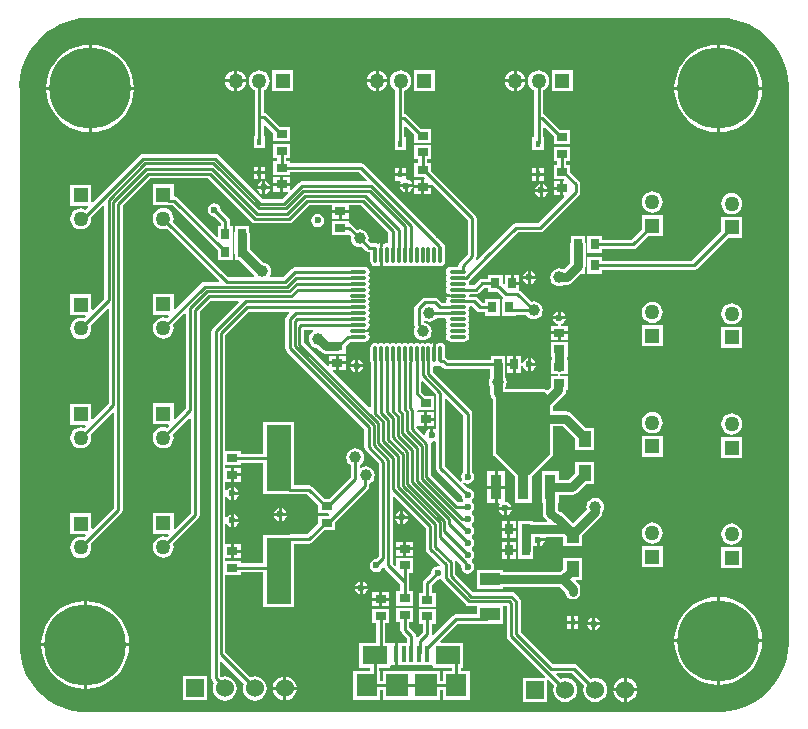
<source format=gtl>
G04*
G04 #@! TF.GenerationSoftware,Altium Limited,Altium Designer,20.0.13 (296)*
G04*
G04 Layer_Physical_Order=1*
G04 Layer_Color=255*
%FSLAX25Y25*%
%MOIN*%
G70*
G01*
G75*
%ADD18C,0.01000*%
%ADD42R,0.03543X0.02756*%
%ADD43R,0.02756X0.03543*%
%ADD44R,0.08300X0.22000*%
%ADD45R,0.04331X0.05315*%
%ADD46R,0.12795X0.08465*%
%ADD47R,0.03740X0.08465*%
%ADD48O,0.05709X0.01181*%
%ADD49O,0.01181X0.05709*%
%ADD50R,0.01772X0.02165*%
%ADD51R,0.07480X0.07480*%
%ADD52R,0.07087X0.07480*%
%ADD53R,0.08268X0.06299*%
%ADD54R,0.01575X0.05315*%
%ADD55R,0.06693X0.04134*%
%ADD56C,0.03000*%
%ADD57C,0.06000*%
%ADD58R,0.06000X0.06000*%
%ADD59C,0.27165*%
%ADD60C,0.05000*%
%ADD61R,0.05000X0.05000*%
%ADD62R,0.05000X0.05000*%
%ADD63C,0.02362*%
%ADD64C,0.03937*%
%ADD65C,0.03937*%
G36*
X620970Y379894D02*
X623247Y379442D01*
X625468Y378768D01*
X627612Y377880D01*
X629659Y376786D01*
X631589Y375496D01*
X633383Y374024D01*
X635024Y372383D01*
X636496Y370589D01*
X637786Y368659D01*
X638880Y366612D01*
X639768Y364468D01*
X640442Y362247D01*
X640895Y359970D01*
X641122Y357661D01*
Y356500D01*
Y172378D01*
Y171218D01*
X640895Y168908D01*
X640442Y166631D01*
X639768Y164410D01*
X638880Y162266D01*
X637786Y160219D01*
X636496Y158289D01*
X635024Y156495D01*
X633383Y154854D01*
X631589Y153382D01*
X629659Y152092D01*
X627612Y150998D01*
X625468Y150110D01*
X623247Y149436D01*
X620970Y148983D01*
X618660Y148756D01*
X617500D01*
X406681Y148756D01*
X405235D01*
X402368Y149133D01*
X399575Y149882D01*
X396903Y150989D01*
X394398Y152435D01*
X392104Y154195D01*
X390059Y156240D01*
X388298Y158535D01*
X386852Y161039D01*
X385746Y163711D01*
X384997Y166505D01*
X384619Y169372D01*
Y170818D01*
X384619Y356500D01*
X384500D01*
Y357661D01*
X384728Y359970D01*
X385180Y362247D01*
X385854Y364468D01*
X386742Y366612D01*
X387836Y368659D01*
X389126Y370589D01*
X390598Y372383D01*
X392239Y374024D01*
X394033Y375496D01*
X395963Y376786D01*
X398010Y377880D01*
X400154Y378768D01*
X402375Y379442D01*
X404652Y379894D01*
X406962Y380122D01*
X408122D01*
Y380122D01*
X617500Y380122D01*
X618660D01*
X620970Y379894D01*
D02*
G37*
%LPC*%
G36*
X457126Y362464D02*
Y359500D01*
X460090D01*
X460036Y359914D01*
X459683Y360765D01*
X459122Y361496D01*
X458391Y362057D01*
X457540Y362410D01*
X457126Y362464D01*
D02*
G37*
G36*
X504252Y362464D02*
Y359500D01*
X507216D01*
X507162Y359914D01*
X506809Y360765D01*
X506248Y361496D01*
X505517Y362057D01*
X504666Y362410D01*
X504252Y362464D01*
D02*
G37*
G36*
X550252D02*
Y359500D01*
X553216D01*
X553162Y359914D01*
X552809Y360765D01*
X552248Y361496D01*
X551517Y362057D01*
X550666Y362410D01*
X550252Y362464D01*
D02*
G37*
G36*
X503252Y362464D02*
X502838Y362410D01*
X501987Y362057D01*
X501256Y361496D01*
X500695Y360765D01*
X500342Y359914D01*
X500288Y359500D01*
X503252D01*
Y362464D01*
D02*
G37*
G36*
X549252D02*
X548838Y362410D01*
X547987Y362057D01*
X547256Y361496D01*
X546695Y360765D01*
X546342Y359914D01*
X546288Y359500D01*
X549252D01*
Y362464D01*
D02*
G37*
G36*
X456126Y362464D02*
X455712Y362410D01*
X454861Y362057D01*
X454130Y361496D01*
X453569Y360765D01*
X453216Y359914D01*
X453162Y359500D01*
X456126D01*
Y362464D01*
D02*
G37*
G36*
X618000Y371088D02*
Y357000D01*
X632088D01*
X631948Y358788D01*
X631412Y361020D01*
X630533Y363141D01*
X629334Y365098D01*
X627843Y366843D01*
X626098Y368334D01*
X624141Y369533D01*
X622020Y370412D01*
X619788Y370948D01*
X618000Y371088D01*
D02*
G37*
G36*
X617000D02*
X615212Y370948D01*
X612980Y370412D01*
X610859Y369533D01*
X608902Y368334D01*
X607157Y366843D01*
X605666Y365098D01*
X604467Y363141D01*
X603588Y361020D01*
X603052Y358788D01*
X602912Y357000D01*
X617000D01*
Y371088D01*
D02*
G37*
G36*
X408622D02*
Y357000D01*
X422711D01*
X422570Y358788D01*
X422034Y361020D01*
X421156Y363141D01*
X419956Y365098D01*
X418465Y366843D01*
X416720Y368334D01*
X414763Y369533D01*
X412642Y370412D01*
X410410Y370948D01*
X408622Y371088D01*
D02*
G37*
G36*
X407622D02*
X405834Y370948D01*
X403602Y370412D01*
X401481Y369533D01*
X399524Y368334D01*
X397779Y366843D01*
X396288Y365098D01*
X395089Y363141D01*
X394210Y361020D01*
X393674Y358788D01*
X393534Y357000D01*
X407622D01*
Y371088D01*
D02*
G37*
G36*
X460090Y358500D02*
X457126D01*
Y355536D01*
X457540Y355590D01*
X458391Y355943D01*
X459122Y356504D01*
X459683Y357235D01*
X460036Y358086D01*
X460090Y358500D01*
D02*
G37*
G36*
X549252D02*
X546288D01*
X546342Y358086D01*
X546695Y357235D01*
X547256Y356504D01*
X547987Y355943D01*
X548838Y355590D01*
X549252Y355536D01*
Y358500D01*
D02*
G37*
G36*
X503252D02*
X500288D01*
X500342Y358086D01*
X500695Y357235D01*
X501256Y356504D01*
X501987Y355943D01*
X502838Y355590D01*
X503252Y355536D01*
Y358500D01*
D02*
G37*
G36*
X553216D02*
X550252D01*
Y355536D01*
X550666Y355590D01*
X551517Y355943D01*
X552248Y356504D01*
X552809Y357235D01*
X553162Y358086D01*
X553216Y358500D01*
D02*
G37*
G36*
X507216D02*
X504252D01*
Y355536D01*
X504666Y355590D01*
X505517Y355943D01*
X506248Y356504D01*
X506809Y357235D01*
X507162Y358086D01*
X507216Y358500D01*
D02*
G37*
G36*
X456126D02*
X453162D01*
X453216Y358086D01*
X453569Y357235D01*
X454130Y356504D01*
X454861Y355943D01*
X455712Y355590D01*
X456126Y355536D01*
Y358500D01*
D02*
G37*
G36*
X569000Y362500D02*
X562000D01*
Y355500D01*
X569000D01*
Y362500D01*
D02*
G37*
G36*
X523000D02*
X516000D01*
Y355500D01*
X523000D01*
Y362500D01*
D02*
G37*
G36*
X475874D02*
X468874D01*
Y355500D01*
X475874D01*
Y362500D01*
D02*
G37*
G36*
X632088Y356000D02*
X618000D01*
Y341912D01*
X619788Y342052D01*
X622020Y342588D01*
X624141Y343467D01*
X626098Y344666D01*
X627843Y346157D01*
X629334Y347902D01*
X630533Y349859D01*
X631412Y351980D01*
X631948Y354212D01*
X632088Y356000D01*
D02*
G37*
G36*
X617000D02*
X602912D01*
X603052Y354212D01*
X603588Y351980D01*
X604467Y349859D01*
X605666Y347902D01*
X607157Y346157D01*
X608902Y344666D01*
X610859Y343467D01*
X612980Y342588D01*
X615212Y342052D01*
X617000Y341912D01*
Y356000D01*
D02*
G37*
G36*
X422711D02*
X408622D01*
Y341912D01*
X410410Y342052D01*
X412642Y342588D01*
X414763Y343467D01*
X416720Y344666D01*
X418465Y346157D01*
X419956Y347902D01*
X421156Y349859D01*
X422034Y351980D01*
X422570Y354212D01*
X422711Y356000D01*
D02*
G37*
G36*
X407622D02*
X393534D01*
X393674Y354212D01*
X394210Y351980D01*
X395089Y349859D01*
X396288Y347902D01*
X397779Y346157D01*
X399524Y344666D01*
X401481Y343467D01*
X403602Y342588D01*
X405834Y342052D01*
X407622Y341912D01*
Y356000D01*
D02*
G37*
G36*
X464500Y362530D02*
X463586Y362410D01*
X462735Y362057D01*
X462004Y361496D01*
X461443Y360765D01*
X461090Y359914D01*
X460970Y359000D01*
X461090Y358086D01*
X461443Y357235D01*
X462004Y356504D01*
X462735Y355943D01*
X462971Y355845D01*
Y346809D01*
Y340701D01*
X462614D01*
Y336535D01*
X466386D01*
Y340701D01*
X466029D01*
Y344017D01*
X466491Y344208D01*
X469228Y341471D01*
Y338878D01*
X474772D01*
Y343634D01*
X471391D01*
X467135Y347890D01*
X466638Y348222D01*
X466053Y348339D01*
X466029D01*
Y355845D01*
X466265Y355943D01*
X466996Y356504D01*
X467557Y357235D01*
X467910Y358086D01*
X468030Y359000D01*
X467910Y359914D01*
X467557Y360765D01*
X466996Y361496D01*
X466265Y362057D01*
X465414Y362410D01*
X464500Y362530D01*
D02*
G37*
G36*
X511626D02*
X510712Y362410D01*
X509861Y362057D01*
X509130Y361496D01*
X508569Y360765D01*
X508216Y359914D01*
X508096Y359000D01*
X508216Y358086D01*
X508569Y357235D01*
X509130Y356504D01*
X509814Y355979D01*
Y346559D01*
Y340201D01*
X509614D01*
Y336035D01*
X513386D01*
Y340201D01*
X512873D01*
Y343673D01*
X513335Y343864D01*
X516228Y340971D01*
Y338378D01*
X521772D01*
Y343134D01*
X518391D01*
X513885Y347640D01*
X513388Y347972D01*
X512873Y348075D01*
Y355728D01*
X513391Y355943D01*
X514122Y356504D01*
X514683Y357235D01*
X515036Y358086D01*
X515156Y359000D01*
X515036Y359914D01*
X514683Y360765D01*
X514122Y361496D01*
X513391Y362057D01*
X512540Y362410D01*
X511626Y362530D01*
D02*
G37*
G36*
X557626D02*
X556712Y362410D01*
X555861Y362057D01*
X555130Y361496D01*
X554569Y360765D01*
X554216Y359914D01*
X554096Y359000D01*
X554216Y358086D01*
X554569Y357235D01*
X555130Y356504D01*
X555861Y355943D01*
X556095Y355846D01*
Y346559D01*
Y340201D01*
X555488D01*
Y336035D01*
X559260D01*
Y340201D01*
X559153D01*
Y343267D01*
X559615Y343458D01*
X562602Y340471D01*
Y337878D01*
X568146D01*
Y342634D01*
X564765D01*
X559759Y347640D01*
X559262Y347972D01*
X559153Y347994D01*
Y355844D01*
X559391Y355943D01*
X560122Y356504D01*
X560683Y357235D01*
X561036Y358086D01*
X561156Y359000D01*
X561036Y359914D01*
X560683Y360765D01*
X560122Y361496D01*
X559391Y362057D01*
X558540Y362410D01*
X557626Y362530D01*
D02*
G37*
G36*
X466386Y330465D02*
X465000D01*
Y328882D01*
X466386D01*
Y330465D01*
D02*
G37*
G36*
X464000D02*
X462614D01*
Y328882D01*
X464000D01*
Y330465D01*
D02*
G37*
G36*
X559260Y329965D02*
X557874D01*
Y328382D01*
X559260D01*
Y329965D01*
D02*
G37*
G36*
X556874D02*
X555488D01*
Y328382D01*
X556874D01*
Y329965D01*
D02*
G37*
G36*
X513386D02*
X512000D01*
Y328382D01*
X513386D01*
Y329965D01*
D02*
G37*
G36*
X511000D02*
X509614D01*
Y328382D01*
X511000D01*
Y329965D01*
D02*
G37*
G36*
X466386Y327882D02*
X465000D01*
Y326299D01*
X466386D01*
Y327882D01*
D02*
G37*
G36*
X464000D02*
X462614D01*
Y326299D01*
X464000D01*
Y327882D01*
D02*
G37*
G36*
X559260Y327382D02*
X557874D01*
Y325799D01*
X559260D01*
Y327382D01*
D02*
G37*
G36*
X556874D02*
X555488D01*
Y325799D01*
X556874D01*
Y327382D01*
D02*
G37*
G36*
X474772Y326866D02*
X472500D01*
Y324988D01*
X474772D01*
Y326866D01*
D02*
G37*
G36*
X471500D02*
X469228D01*
Y324988D01*
X471500D01*
Y326866D01*
D02*
G37*
G36*
X513386Y327382D02*
X509614D01*
Y325799D01*
X511478D01*
X511745Y325299D01*
X511445Y324851D01*
X511376Y324500D01*
X515624D01*
X515555Y324851D01*
X515072Y325572D01*
X514351Y326055D01*
X513500Y326224D01*
X513386Y326318D01*
Y327382D01*
D02*
G37*
G36*
X518500Y326122D02*
X516228D01*
Y324244D01*
X518500D01*
Y326122D01*
D02*
G37*
G36*
X466500Y325624D02*
Y324000D01*
X468124D01*
X468055Y324351D01*
X467572Y325073D01*
X466851Y325555D01*
X466500Y325624D01*
D02*
G37*
G36*
X465500D02*
X465149Y325555D01*
X464428Y325073D01*
X463945Y324351D01*
X463876Y324000D01*
X465500D01*
Y325624D01*
D02*
G37*
G36*
X564874Y325622D02*
X562602D01*
Y323744D01*
X564874D01*
Y325622D01*
D02*
G37*
G36*
X559000Y324624D02*
Y323000D01*
X560624D01*
X560555Y323351D01*
X560073Y324073D01*
X559351Y324555D01*
X559000Y324624D01*
D02*
G37*
G36*
X558000D02*
X557649Y324555D01*
X556927Y324073D01*
X556445Y323351D01*
X556376Y323000D01*
X558000D01*
Y324624D01*
D02*
G37*
G36*
X474772Y338122D02*
X469228D01*
Y333366D01*
X470471D01*
Y332378D01*
X469228D01*
Y327622D01*
X474772D01*
Y328471D01*
X497872D01*
X500351Y325991D01*
X500160Y325529D01*
X478752D01*
X478167Y325413D01*
X477670Y325081D01*
X475234Y322645D01*
X474772Y322836D01*
Y323988D01*
X472500D01*
Y322110D01*
X474046D01*
X474237Y321648D01*
X472209Y319620D01*
X465543D01*
X450991Y334172D01*
X450495Y334504D01*
X449909Y334620D01*
X425842D01*
X425257Y334504D01*
X424761Y334172D01*
X408962Y318373D01*
X408500Y318564D01*
Y324374D01*
X401500D01*
Y317374D01*
X407310D01*
X407501Y316912D01*
X406681Y316092D01*
X405914Y316410D01*
X405000Y316530D01*
X404086Y316410D01*
X403235Y316057D01*
X402504Y315496D01*
X401943Y314765D01*
X401590Y313914D01*
X401470Y313000D01*
X401590Y312086D01*
X401943Y311235D01*
X402504Y310504D01*
X403235Y309943D01*
X404086Y309590D01*
X405000Y309470D01*
X405914Y309590D01*
X406765Y309943D01*
X407496Y310504D01*
X408057Y311235D01*
X408410Y312086D01*
X408530Y313000D01*
X408459Y313544D01*
X412328Y317413D01*
X412789Y317221D01*
Y286452D01*
X408962Y282625D01*
X408500Y282816D01*
Y287874D01*
X401500D01*
Y280874D01*
X406558D01*
X406749Y280412D01*
X406149Y279812D01*
X405914Y279910D01*
X405000Y280030D01*
X404086Y279910D01*
X403235Y279557D01*
X402504Y278996D01*
X401943Y278265D01*
X401590Y277414D01*
X401470Y276500D01*
X401590Y275586D01*
X401943Y274735D01*
X402504Y274004D01*
X403235Y273443D01*
X404086Y273090D01*
X405000Y272970D01*
X405914Y273090D01*
X406765Y273443D01*
X407496Y274004D01*
X408057Y274735D01*
X408410Y275586D01*
X408530Y276500D01*
X408410Y277414D01*
X408312Y277649D01*
X413918Y283255D01*
X414380Y283064D01*
Y251543D01*
X408962Y246125D01*
X408500Y246316D01*
Y251374D01*
X401500D01*
Y244374D01*
X406558D01*
X406749Y243912D01*
X406149Y243312D01*
X405914Y243410D01*
X405000Y243530D01*
X404086Y243410D01*
X403235Y243057D01*
X402504Y242496D01*
X401943Y241765D01*
X401590Y240914D01*
X401470Y240000D01*
X401590Y239086D01*
X401943Y238235D01*
X402504Y237504D01*
X403235Y236943D01*
X404086Y236590D01*
X405000Y236470D01*
X405914Y236590D01*
X406765Y236943D01*
X407496Y237504D01*
X408057Y238235D01*
X408410Y239086D01*
X408530Y240000D01*
X408410Y240914D01*
X408312Y241149D01*
X415509Y248346D01*
X415971Y248154D01*
Y216634D01*
X408962Y209625D01*
X408500Y209816D01*
Y214874D01*
X401500D01*
Y207874D01*
X406558D01*
X406749Y207412D01*
X406149Y206812D01*
X405914Y206910D01*
X405000Y207030D01*
X404086Y206910D01*
X403235Y206557D01*
X402504Y205996D01*
X401943Y205265D01*
X401590Y204414D01*
X401470Y203500D01*
X401590Y202586D01*
X401943Y201735D01*
X402504Y201004D01*
X403235Y200443D01*
X404086Y200090D01*
X405000Y199970D01*
X405914Y200090D01*
X406765Y200443D01*
X407496Y201004D01*
X408057Y201735D01*
X408410Y202586D01*
X408530Y203500D01*
X408410Y204414D01*
X408312Y204649D01*
X418581Y214919D01*
X418913Y215415D01*
X419029Y216000D01*
Y317367D01*
X428133Y326471D01*
X447367D01*
X461919Y311919D01*
X462415Y311587D01*
X463000Y311471D01*
X474500D01*
X475085Y311587D01*
X475582Y311919D01*
X481134Y317471D01*
X488728D01*
Y316012D01*
X491500D01*
X494272D01*
Y317471D01*
X498366D01*
X507549Y308288D01*
Y305326D01*
X507163Y305009D01*
X507110Y305019D01*
X506490Y304896D01*
X506126Y304653D01*
X505762Y304896D01*
X505642Y304920D01*
Y304063D01*
X505612Y304018D01*
X505488Y303398D01*
Y301134D01*
Y298870D01*
X505612Y298249D01*
X505642Y298205D01*
Y297348D01*
X505762Y297372D01*
X506126Y297615D01*
X506490Y297372D01*
X507110Y297248D01*
X507731Y297372D01*
X508095Y297615D01*
X508458Y297372D01*
X509079Y297248D01*
X509699Y297372D01*
X510063Y297615D01*
X510427Y297372D01*
X511047Y297248D01*
X511668Y297372D01*
X512032Y297615D01*
X512395Y297372D01*
X513016Y297248D01*
X513636Y297372D01*
X514000Y297615D01*
X514364Y297372D01*
X514984Y297248D01*
X515605Y297372D01*
X515969Y297615D01*
X516332Y297372D01*
X516953Y297248D01*
X517573Y297372D01*
X517937Y297615D01*
X518301Y297372D01*
X518921Y297248D01*
X519542Y297372D01*
X519906Y297615D01*
X520269Y297372D01*
X520890Y297248D01*
X521510Y297372D01*
X521874Y297615D01*
X522238Y297372D01*
X522858Y297248D01*
X523479Y297372D01*
X523842Y297615D01*
X524206Y297372D01*
X524827Y297248D01*
X525447Y297372D01*
X525974Y297723D01*
X526325Y298250D01*
X526448Y298870D01*
Y303398D01*
X526325Y304018D01*
X525974Y304544D01*
X525867Y304615D01*
X525862Y304642D01*
X525530Y305138D01*
X523875Y306793D01*
X523875Y306793D01*
X499587Y331081D01*
X499091Y331413D01*
X498505Y331529D01*
X474772D01*
Y332378D01*
X473529D01*
Y333366D01*
X474772D01*
Y338122D01*
D02*
G37*
G36*
X471500Y323988D02*
X469228D01*
Y322110D01*
X471500D01*
Y323988D01*
D02*
G37*
G36*
X515624Y323500D02*
X514000D01*
Y321876D01*
X514351Y321945D01*
X515072Y322428D01*
X515555Y323149D01*
X515624Y323500D01*
D02*
G37*
G36*
X513000D02*
X511376D01*
X511445Y323149D01*
X511928Y322428D01*
X512649Y321945D01*
X513000Y321876D01*
Y323500D01*
D02*
G37*
G36*
X468124Y323000D02*
X466500D01*
Y321376D01*
X466851Y321445D01*
X467572Y321927D01*
X468055Y322649D01*
X468124Y323000D01*
D02*
G37*
G36*
X465500D02*
X463876D01*
X463945Y322649D01*
X464428Y321927D01*
X465149Y321445D01*
X465500Y321376D01*
Y323000D01*
D02*
G37*
G36*
X521772Y323244D02*
X519500D01*
Y321366D01*
X521772D01*
Y323244D01*
D02*
G37*
G36*
X518500D02*
X516228D01*
Y321366D01*
X518500D01*
Y323244D01*
D02*
G37*
G36*
X564874Y322744D02*
X562602D01*
Y320866D01*
X564874D01*
Y322744D01*
D02*
G37*
G36*
X560624Y322000D02*
X559000D01*
Y320376D01*
X559351Y320445D01*
X560073Y320928D01*
X560555Y321649D01*
X560624Y322000D01*
D02*
G37*
G36*
X558000D02*
X556376D01*
X556445Y321649D01*
X556927Y320928D01*
X557649Y320445D01*
X558000Y320376D01*
Y322000D01*
D02*
G37*
G36*
X595500Y322196D02*
X594586Y322075D01*
X593735Y321723D01*
X593004Y321162D01*
X592443Y320430D01*
X592090Y319579D01*
X591970Y318665D01*
X592090Y317752D01*
X592443Y316900D01*
X593004Y316169D01*
X593735Y315608D01*
X594586Y315255D01*
X595500Y315135D01*
X596414Y315255D01*
X597265Y315608D01*
X597996Y316169D01*
X598557Y316900D01*
X598910Y317752D01*
X599030Y318665D01*
X598910Y319579D01*
X598557Y320430D01*
X597996Y321162D01*
X597265Y321723D01*
X596414Y322075D01*
X595500Y322196D01*
D02*
G37*
G36*
X622000Y321613D02*
X621086Y321493D01*
X620235Y321140D01*
X619504Y320579D01*
X618943Y319848D01*
X618590Y318996D01*
X618470Y318083D01*
X618590Y317169D01*
X618943Y316318D01*
X619504Y315586D01*
X620235Y315025D01*
X621086Y314673D01*
X622000Y314552D01*
X622914Y314673D01*
X623765Y315025D01*
X624496Y315586D01*
X625057Y316318D01*
X625410Y317169D01*
X625530Y318083D01*
X625410Y318996D01*
X625057Y319848D01*
X624496Y320579D01*
X623765Y321140D01*
X622914Y321493D01*
X622000Y321613D01*
D02*
G37*
G36*
X494272Y315012D02*
X492000D01*
Y313134D01*
X494272D01*
Y315012D01*
D02*
G37*
G36*
X491000D02*
X488728D01*
Y313134D01*
X491000D01*
Y315012D01*
D02*
G37*
G36*
X484000Y314724D02*
X483149Y314555D01*
X482428Y314072D01*
X481945Y313351D01*
X481776Y312500D01*
X481945Y311649D01*
X482428Y310928D01*
X483149Y310445D01*
X484000Y310276D01*
X484851Y310445D01*
X485572Y310928D01*
X486055Y311649D01*
X486224Y312500D01*
X486055Y313351D01*
X485572Y314072D01*
X484851Y314555D01*
X484000Y314724D01*
D02*
G37*
G36*
X599000Y314291D02*
X592000D01*
Y309454D01*
X588575Y306029D01*
X578634D01*
Y307272D01*
X573878D01*
Y301728D01*
X578634D01*
Y302971D01*
X589209D01*
X589794Y303087D01*
X590290Y303419D01*
X594163Y307291D01*
X599000D01*
Y314291D01*
D02*
G37*
G36*
X436000Y324500D02*
X429000D01*
Y317500D01*
X434352D01*
X434500Y317471D01*
X435611D01*
X450866Y302215D01*
Y299228D01*
X455622D01*
Y304728D01*
X455622Y304772D01*
X455622D01*
Y305228D01*
X455622D01*
Y310772D01*
X454774D01*
Y312256D01*
X454657Y312841D01*
X454325Y313337D01*
X451714Y315949D01*
X451724Y316000D01*
X451555Y316851D01*
X451073Y317572D01*
X450351Y318055D01*
X449500Y318224D01*
X448649Y318055D01*
X447928Y317572D01*
X447445Y316851D01*
X447276Y316000D01*
X447445Y315149D01*
X447928Y314427D01*
X448649Y313945D01*
X449500Y313776D01*
X449551Y313786D01*
X451715Y311622D01*
Y310772D01*
X450866D01*
Y307194D01*
X450404Y307003D01*
X437325Y320081D01*
X436829Y320413D01*
X436244Y320529D01*
X436000D01*
Y324500D01*
D02*
G37*
G36*
X625500Y313709D02*
X618500D01*
Y308872D01*
X608658Y299029D01*
X578634D01*
Y300272D01*
X573878D01*
Y294728D01*
X578634D01*
Y295971D01*
X609291D01*
X609877Y296087D01*
X610373Y296419D01*
X620663Y306709D01*
X625500D01*
Y313709D01*
D02*
G37*
G36*
X494272Y312378D02*
X488728D01*
Y307622D01*
X494272D01*
Y307622D01*
X494524Y307727D01*
X495041Y307211D01*
X494944Y306476D01*
X495046Y305701D01*
X495345Y304979D01*
X495821Y304359D01*
X496441Y303883D01*
X497163Y303584D01*
X497938Y303482D01*
X498713Y303584D01*
X498839Y303636D01*
X500124Y302351D01*
X500620Y302019D01*
X501205Y301903D01*
X501551D01*
Y298870D01*
X501675Y298250D01*
X502027Y297723D01*
X502553Y297372D01*
X503173Y297248D01*
X503794Y297372D01*
X504157Y297615D01*
X504521Y297372D01*
X504642Y297348D01*
Y298205D01*
X504672Y298249D01*
X504795Y298870D01*
Y301134D01*
Y303398D01*
X504672Y304018D01*
X504642Y304063D01*
Y304920D01*
X504521Y304896D01*
X504157Y304653D01*
X503794Y304896D01*
X503173Y305019D01*
X502883Y304962D01*
X501839D01*
X500862Y305939D01*
X500932Y306476D01*
X500830Y307251D01*
X500531Y307973D01*
X500055Y308593D01*
X499435Y309069D01*
X498713Y309368D01*
X497938Y309470D01*
X497203Y309374D01*
X495496Y311081D01*
X495000Y311413D01*
X494414Y311529D01*
X494272D01*
Y312378D01*
D02*
G37*
G36*
X573122Y307272D02*
X568366D01*
Y305360D01*
X568195Y304500D01*
Y298406D01*
X566017Y296228D01*
X565670D01*
X565275Y296392D01*
X564500Y296494D01*
X563725Y296392D01*
X563003Y296093D01*
X562383Y295617D01*
X561907Y294997D01*
X561608Y294275D01*
X561506Y293500D01*
X561608Y292725D01*
X561907Y292003D01*
X562383Y291383D01*
X563003Y290907D01*
X563725Y290608D01*
X564500Y290506D01*
X565275Y290608D01*
X565997Y290907D01*
X566288Y291130D01*
X567073D01*
X568048Y291324D01*
X568875Y291877D01*
X571727Y294728D01*
X573122D01*
Y296491D01*
X573293Y297350D01*
Y304500D01*
X573122Y305360D01*
Y307272D01*
D02*
G37*
G36*
X555000Y295624D02*
Y294000D01*
X556624D01*
X556555Y294351D01*
X556073Y295073D01*
X555351Y295555D01*
X555000Y295624D01*
D02*
G37*
G36*
X554000D02*
X553649Y295555D01*
X552927Y295073D01*
X552445Y294351D01*
X552376Y294000D01*
X554000D01*
Y295624D01*
D02*
G37*
G36*
X551134Y294272D02*
X549256D01*
Y292000D01*
X551134D01*
Y294272D01*
D02*
G37*
G36*
X556624Y293000D02*
X555000D01*
Y291376D01*
X555351Y291445D01*
X556073Y291928D01*
X556555Y292649D01*
X556624Y293000D01*
D02*
G37*
G36*
X554000D02*
X552376D01*
X552445Y292649D01*
X552927Y291928D01*
X553649Y291445D01*
X554000Y291376D01*
Y293000D01*
D02*
G37*
G36*
X432500Y316656D02*
X431586Y316536D01*
X430735Y316183D01*
X430004Y315622D01*
X429443Y314891D01*
X429090Y314040D01*
X428970Y313126D01*
X429090Y312212D01*
X429443Y311361D01*
X430004Y310630D01*
X430735Y310069D01*
X431586Y309716D01*
X432500Y309596D01*
X433414Y309716D01*
X433649Y309814D01*
X451031Y292432D01*
X450840Y291970D01*
X446315D01*
X445730Y291854D01*
X445233Y291522D01*
X436462Y282751D01*
X436000Y282942D01*
Y288000D01*
X429000D01*
Y281000D01*
X434058D01*
X434249Y280538D01*
X433649Y279938D01*
X433414Y280036D01*
X432500Y280156D01*
X431586Y280036D01*
X430735Y279683D01*
X430004Y279122D01*
X429443Y278391D01*
X429090Y277540D01*
X428970Y276626D01*
X429090Y275712D01*
X429443Y274861D01*
X430004Y274130D01*
X430735Y273569D01*
X431586Y273216D01*
X432500Y273096D01*
X433414Y273216D01*
X434265Y273569D01*
X434996Y274130D01*
X435557Y274861D01*
X435910Y275712D01*
X436030Y276626D01*
X435910Y277540D01*
X435812Y277775D01*
X439570Y281534D01*
X440032Y281342D01*
Y249821D01*
X436462Y246251D01*
X436000Y246442D01*
Y251500D01*
X429000D01*
Y244500D01*
X434058D01*
X434249Y244038D01*
X433649Y243438D01*
X433414Y243536D01*
X432500Y243656D01*
X431586Y243536D01*
X430735Y243183D01*
X430004Y242622D01*
X429443Y241891D01*
X429090Y241040D01*
X428970Y240126D01*
X429090Y239212D01*
X429443Y238361D01*
X430004Y237630D01*
X430735Y237069D01*
X431586Y236716D01*
X432500Y236596D01*
X433414Y236716D01*
X434265Y237069D01*
X434996Y237630D01*
X435557Y238361D01*
X435910Y239212D01*
X436030Y240126D01*
X435910Y241040D01*
X435812Y241275D01*
X441161Y246624D01*
X441623Y246433D01*
Y214912D01*
X436462Y209751D01*
X436000Y209942D01*
Y215000D01*
X429000D01*
Y208000D01*
X434058D01*
X434249Y207538D01*
X433649Y206938D01*
X433414Y207036D01*
X432500Y207156D01*
X431586Y207036D01*
X430735Y206683D01*
X430004Y206122D01*
X429443Y205391D01*
X429090Y204540D01*
X428970Y203626D01*
X429090Y202712D01*
X429443Y201861D01*
X430004Y201130D01*
X430735Y200569D01*
X431586Y200216D01*
X432500Y200096D01*
X433414Y200216D01*
X434265Y200569D01*
X434996Y201130D01*
X435557Y201861D01*
X435910Y202712D01*
X436030Y203626D01*
X435910Y204540D01*
X435812Y204775D01*
X444234Y213197D01*
X444565Y213693D01*
X444682Y214278D01*
Y282146D01*
X448266Y285731D01*
X457414D01*
X457606Y285268D01*
X448919Y276581D01*
X448587Y276085D01*
X448471Y275500D01*
Y159864D01*
X448587Y159279D01*
X448919Y158782D01*
X449412Y158289D01*
X449103Y157544D01*
X448966Y156500D01*
X449103Y155456D01*
X449506Y154483D01*
X450147Y153647D01*
X450983Y153006D01*
X451956Y152603D01*
X453000Y152465D01*
X454044Y152603D01*
X455017Y153006D01*
X455853Y153647D01*
X456494Y154483D01*
X456897Y155456D01*
X457034Y156500D01*
X456897Y157544D01*
X456494Y158517D01*
X455853Y159353D01*
X455017Y159994D01*
X454044Y160397D01*
X453000Y160535D01*
X451990Y160401D01*
X451914Y160433D01*
X451529Y160759D01*
Y165154D01*
X451991Y165346D01*
X459305Y158032D01*
X459103Y157544D01*
X458965Y156500D01*
X459103Y155456D01*
X459506Y154483D01*
X460147Y153647D01*
X460983Y153006D01*
X461956Y152603D01*
X463000Y152465D01*
X464044Y152603D01*
X465017Y153006D01*
X465853Y153647D01*
X466494Y154483D01*
X466897Y155456D01*
X467034Y156500D01*
X466897Y157544D01*
X466494Y158517D01*
X465853Y159353D01*
X465017Y159994D01*
X464044Y160397D01*
X463000Y160535D01*
X461956Y160397D01*
X461468Y160195D01*
X453120Y168543D01*
Y194366D01*
X458272D01*
Y195215D01*
X465850D01*
Y183801D01*
X476150D01*
Y204771D01*
X481163D01*
X481748Y204888D01*
X482244Y205219D01*
X486391Y209366D01*
X489772D01*
Y211959D01*
X500763Y222950D01*
X501094Y223446D01*
X501210Y224031D01*
Y224788D01*
X501497Y224907D01*
X502117Y225383D01*
X502593Y226003D01*
X502892Y226725D01*
X502994Y227500D01*
X502892Y228275D01*
X502593Y228997D01*
X502117Y229617D01*
X501497Y230093D01*
X500775Y230392D01*
X500000Y230494D01*
X499225Y230392D01*
X498503Y230093D01*
X498478Y230074D01*
X498029Y230295D01*
Y230932D01*
X498617Y231383D01*
X499093Y232003D01*
X499392Y232725D01*
X499494Y233500D01*
X499392Y234275D01*
X499093Y234997D01*
X498617Y235617D01*
X497997Y236093D01*
X497275Y236392D01*
X496500Y236494D01*
X495725Y236392D01*
X495003Y236093D01*
X494383Y235617D01*
X493907Y234997D01*
X493608Y234275D01*
X493506Y233500D01*
X493608Y232725D01*
X493907Y232003D01*
X494383Y231383D01*
X494971Y230932D01*
Y226996D01*
X487609Y219634D01*
X486391D01*
X482243Y223782D01*
X481747Y224114D01*
X481161Y224230D01*
X476150D01*
Y245201D01*
X465850D01*
Y234785D01*
X458272D01*
Y235634D01*
X453120D01*
Y274208D01*
X460899Y281986D01*
X474282D01*
X474473Y281524D01*
X473604Y280655D01*
X473272Y280158D01*
X473156Y279573D01*
Y269815D01*
X473272Y269230D01*
X473604Y268734D01*
X499471Y242866D01*
Y237000D01*
X499587Y236415D01*
X499919Y235919D01*
X504380Y231457D01*
Y200543D01*
X503551Y199714D01*
X503500Y199724D01*
X502649Y199555D01*
X501928Y199073D01*
X501445Y198351D01*
X501276Y197500D01*
X501445Y196649D01*
X501928Y195928D01*
X502649Y195446D01*
X503500Y195276D01*
X504351Y195446D01*
X505072Y195928D01*
X505555Y196649D01*
X505592Y196839D01*
X505966Y196896D01*
X506110Y196880D01*
X506419Y196419D01*
X511471Y191367D01*
Y188890D01*
X510228D01*
Y184134D01*
X515772D01*
Y188890D01*
X514529D01*
Y192000D01*
Y195110D01*
X515772D01*
Y199866D01*
X510228D01*
Y197588D01*
X509766Y197397D01*
X509029Y198134D01*
Y220245D01*
X509491Y220436D01*
X519971Y209957D01*
Y203000D01*
X520087Y202415D01*
X520419Y201919D01*
X524753Y197584D01*
X524507Y197123D01*
X524000Y197224D01*
X523149Y197055D01*
X522428Y196572D01*
X521945Y195851D01*
X521776Y195000D01*
X521786Y194949D01*
X519419Y192581D01*
X519087Y192085D01*
X518971Y191500D01*
Y188390D01*
X517728D01*
Y183634D01*
X523272D01*
Y188390D01*
X522029D01*
Y190866D01*
X523949Y192786D01*
X524000Y192776D01*
X524851Y192946D01*
X525260Y192776D01*
X525268Y192734D01*
X525600Y192237D01*
X533419Y184419D01*
X533915Y184087D01*
X534500Y183971D01*
X537153D01*
Y181155D01*
X530067D01*
X529482Y181039D01*
X528986Y180707D01*
X522451Y174172D01*
X521990Y174419D01*
X522029Y174618D01*
Y178122D01*
X523272D01*
Y182878D01*
X517728D01*
Y178122D01*
X518971D01*
Y175252D01*
X517254Y173535D01*
X516754Y173742D01*
Y173900D01*
X516637Y174485D01*
X516306Y174981D01*
X514529Y176758D01*
Y178622D01*
X515772D01*
Y183378D01*
X510228D01*
Y178622D01*
X511471D01*
Y176124D01*
X511587Y175539D01*
X511919Y175043D01*
X513695Y173266D01*
Y171689D01*
X510606D01*
Y168032D01*
Y164374D01*
X522130D01*
X522295Y163943D01*
Y163390D01*
X528656D01*
Y162240D01*
X525642D01*
Y159029D01*
X524689D01*
Y162240D01*
X505760D01*
Y159029D01*
X504807D01*
Y162240D01*
X504549D01*
Y163390D01*
X508153D01*
Y163943D01*
X508319Y164374D01*
X509606D01*
Y168032D01*
Y171689D01*
X508653D01*
X508319Y171689D01*
Y171689D01*
X508153Y171689D01*
Y171689D01*
X506529D01*
Y178366D01*
X507772D01*
Y183122D01*
X502228D01*
Y178366D01*
X503471D01*
Y171689D01*
X497886D01*
Y163390D01*
X501490D01*
Y162240D01*
X495720D01*
Y152760D01*
X504807D01*
Y155971D01*
X505760D01*
Y152760D01*
X524689D01*
Y155971D01*
X525642D01*
Y152760D01*
X534728D01*
Y162240D01*
X531714D01*
Y163390D01*
X532563D01*
Y171689D01*
X524946D01*
X524755Y172151D01*
X530700Y178097D01*
X539933D01*
X540081Y178126D01*
X545847D01*
Y183971D01*
X546971D01*
Y174000D01*
X547087Y173415D01*
X547419Y172919D01*
X559875Y160462D01*
X559684Y160000D01*
X552500D01*
Y152000D01*
X560500D01*
Y159184D01*
X560962Y159375D01*
X562805Y157532D01*
X562603Y157044D01*
X562465Y156000D01*
X562603Y154956D01*
X563006Y153983D01*
X563647Y153147D01*
X564483Y152506D01*
X565456Y152103D01*
X566500Y151965D01*
X567544Y152103D01*
X568517Y152506D01*
X569353Y153147D01*
X569994Y153983D01*
X570397Y154956D01*
X570535Y156000D01*
X570397Y157044D01*
X569994Y158017D01*
X569353Y158853D01*
X568517Y159494D01*
X567544Y159897D01*
X566500Y160035D01*
X565456Y159897D01*
X564968Y159695D01*
X563529Y161133D01*
X563721Y161595D01*
X568742D01*
X572805Y157532D01*
X572603Y157044D01*
X572466Y156000D01*
X572603Y154956D01*
X573006Y153983D01*
X573647Y153147D01*
X574483Y152506D01*
X575456Y152103D01*
X576500Y151965D01*
X577544Y152103D01*
X578517Y152506D01*
X579353Y153147D01*
X579994Y153983D01*
X580397Y154956D01*
X580535Y156000D01*
X580397Y157044D01*
X579994Y158017D01*
X579353Y158853D01*
X578517Y159494D01*
X577544Y159897D01*
X576500Y160035D01*
X575456Y159897D01*
X574968Y159695D01*
X570457Y164206D01*
X569961Y164538D01*
X569375Y164654D01*
X562258D01*
X551620Y175292D01*
Y185573D01*
X551504Y186158D01*
X551172Y186654D01*
X549654Y188172D01*
X549158Y188504D01*
X548573Y188620D01*
X535792D01*
X529904Y194508D01*
Y196125D01*
X529801Y196643D01*
Y198478D01*
X529685Y199063D01*
X529654Y199108D01*
X530043Y199427D01*
X531891Y197579D01*
X531776Y197000D01*
X531945Y196149D01*
X532428Y195428D01*
X533149Y194946D01*
X534000Y194776D01*
X534851Y194946D01*
X535572Y195428D01*
X536055Y196149D01*
X536224Y197000D01*
X536055Y197851D01*
X535572Y198573D01*
X535307Y198750D01*
Y199250D01*
X535572Y199427D01*
X536055Y200149D01*
X536224Y201000D01*
X536055Y201851D01*
X535572Y202572D01*
X535307Y202750D01*
Y203250D01*
X535572Y203428D01*
X536055Y204149D01*
X536224Y205000D01*
X536055Y205851D01*
X535572Y206573D01*
X535307Y206750D01*
Y207250D01*
X535572Y207428D01*
X536055Y208149D01*
X536224Y209000D01*
X536055Y209851D01*
X535572Y210573D01*
X535307Y210750D01*
Y211250D01*
X535572Y211427D01*
X536055Y212149D01*
X536224Y213000D01*
X536055Y213851D01*
X535572Y214573D01*
X535307Y214750D01*
Y215250D01*
X535572Y215427D01*
X536055Y216149D01*
X536224Y217000D01*
X536055Y217851D01*
X535572Y218572D01*
X535307Y218750D01*
Y219250D01*
X535572Y219427D01*
X536055Y220149D01*
X536224Y221000D01*
X536055Y221851D01*
X535572Y222572D01*
X534851Y223055D01*
X534000Y223224D01*
X533949Y223214D01*
X532364Y224799D01*
X532362Y224870D01*
X532854Y225143D01*
X533149Y224945D01*
X534000Y224776D01*
X534851Y224945D01*
X535572Y225428D01*
X536055Y226149D01*
X536224Y227000D01*
X536055Y227851D01*
X535572Y228573D01*
X535529Y228601D01*
Y248121D01*
X535413Y248707D01*
X535081Y249203D01*
X522419Y261865D01*
Y263674D01*
X522806Y263991D01*
X522858Y263981D01*
X523479Y264104D01*
X523842Y264347D01*
X524206Y264104D01*
X524827Y263981D01*
X525204Y264056D01*
X525841Y263419D01*
X526337Y263087D01*
X526922Y262971D01*
X541439D01*
Y260039D01*
X541407Y259997D01*
X541108Y259275D01*
X541006Y258500D01*
X541108Y257725D01*
X541407Y257003D01*
X541439Y256961D01*
Y254929D01*
X541633Y253954D01*
X542186Y253127D01*
X542480Y252832D01*
X542480Y234750D01*
X542558Y234360D01*
X542779Y234029D01*
X549630Y227178D01*
Y218350D01*
X555370D01*
Y227178D01*
X562221Y234029D01*
X562442Y234360D01*
X562520Y234750D01*
Y243868D01*
X565629D01*
X569835Y239663D01*
Y235953D01*
X576165D01*
Y243268D01*
X573439D01*
X568487Y248220D01*
X567661Y248772D01*
X566685Y248966D01*
X562520D01*
Y250667D01*
X566031Y254178D01*
X566583Y255005D01*
X566755Y255866D01*
X567272D01*
Y260622D01*
X565360D01*
X564741Y260745D01*
Y261255D01*
X565360Y261378D01*
X567272D01*
Y266134D01*
X567049D01*
Y267110D01*
X567272D01*
Y271866D01*
X565360D01*
X564500Y272037D01*
X563640Y271866D01*
X561728D01*
Y267110D01*
X561951D01*
Y266134D01*
X561728D01*
Y261378D01*
X563640D01*
X564184Y261270D01*
Y260760D01*
X563491Y260622D01*
X561728D01*
Y258368D01*
X561679Y258122D01*
Y257036D01*
X560418Y255774D01*
X560321Y255871D01*
X559990Y256092D01*
X559600Y256170D01*
X546537Y256170D01*
Y256930D01*
X546593Y257003D01*
X546892Y257725D01*
X546994Y258500D01*
X546892Y259275D01*
X546593Y259997D01*
X546537Y260070D01*
Y264500D01*
X546366Y265360D01*
Y267272D01*
X541610D01*
Y266029D01*
X527556D01*
X526883Y266702D01*
X526448Y266992D01*
Y270130D01*
X526325Y270750D01*
X525974Y271277D01*
X525447Y271628D01*
X524827Y271752D01*
X524206Y271628D01*
X523842Y271385D01*
X523479Y271628D01*
X523358Y271652D01*
Y270795D01*
X523328Y270751D01*
X523205Y270130D01*
Y267866D01*
X522512D01*
Y270130D01*
X522388Y270751D01*
X522358Y270795D01*
Y271652D01*
X522238Y271628D01*
X521874Y271385D01*
X521510Y271628D01*
X520890Y271752D01*
X520269Y271628D01*
X519906Y271385D01*
X519542Y271628D01*
X518921Y271752D01*
X518301Y271628D01*
X517937Y271385D01*
X517573Y271628D01*
X516953Y271752D01*
X516332Y271628D01*
X515969Y271385D01*
X515605Y271628D01*
X514984Y271752D01*
X514364Y271628D01*
X514000Y271385D01*
X513636Y271628D01*
X513016Y271752D01*
X512395Y271628D01*
X512032Y271385D01*
X511668Y271628D01*
X511047Y271752D01*
X510427Y271628D01*
X510063Y271385D01*
X509699Y271628D01*
X509079Y271752D01*
X508458Y271628D01*
X508095Y271385D01*
X507731Y271628D01*
X507110Y271752D01*
X506490Y271628D01*
X506126Y271385D01*
X505762Y271628D01*
X505142Y271752D01*
X504521Y271628D01*
X504157Y271385D01*
X503794Y271628D01*
X503173Y271752D01*
X502553Y271628D01*
X502027Y271277D01*
X501675Y270750D01*
X501551Y270130D01*
Y265602D01*
X501644Y265138D01*
Y257061D01*
X501595Y256814D01*
Y250220D01*
X501133Y250029D01*
X489013Y262148D01*
X489205Y262610D01*
X490000D01*
Y264488D01*
X487728D01*
Y264087D01*
X487266Y263895D01*
X479395Y271766D01*
Y276081D01*
X482374D01*
X482492Y275633D01*
X482487Y275581D01*
X481883Y275117D01*
X481407Y274497D01*
X481108Y273775D01*
X481006Y273000D01*
X481108Y272225D01*
X481407Y271503D01*
X481883Y270883D01*
X482503Y270407D01*
X483225Y270108D01*
X483589Y270060D01*
X484829Y268820D01*
X485656Y268267D01*
X486631Y268073D01*
X489887D01*
X490500Y267951D01*
X491360Y268122D01*
X493272D01*
Y270715D01*
X494666Y272109D01*
X494812D01*
X495102Y272052D01*
X499630D01*
X500250Y272175D01*
X500777Y272527D01*
X501128Y273053D01*
X501252Y273673D01*
X501128Y274294D01*
X500885Y274658D01*
X501128Y275021D01*
X501152Y275142D01*
X500295D01*
X500251Y275172D01*
X499630Y275295D01*
X497366D01*
Y275988D01*
X499630D01*
X500251Y276112D01*
X500295Y276142D01*
X501152D01*
X501128Y276262D01*
X500885Y276626D01*
X501128Y276990D01*
X501252Y277610D01*
X501128Y278231D01*
X500885Y278594D01*
X501128Y278958D01*
X501252Y279579D01*
X501128Y280199D01*
X500885Y280563D01*
X501128Y280927D01*
X501252Y281547D01*
X501128Y282168D01*
X500885Y282531D01*
X501128Y282895D01*
X501252Y283516D01*
X501128Y284136D01*
X500885Y284500D01*
X501128Y284864D01*
X501252Y285484D01*
X501128Y286105D01*
X500885Y286469D01*
X501128Y286832D01*
X501252Y287453D01*
X501128Y288073D01*
X500885Y288437D01*
X501128Y288801D01*
X501252Y289421D01*
X501128Y290042D01*
X500885Y290406D01*
X501128Y290769D01*
X501252Y291390D01*
X501128Y292010D01*
X500885Y292374D01*
X501128Y292738D01*
X501252Y293358D01*
X501128Y293979D01*
X500885Y294342D01*
X501128Y294706D01*
X501252Y295327D01*
X501128Y295947D01*
X500777Y296474D01*
X500250Y296825D01*
X499630Y296949D01*
X495102D01*
X494638Y296856D01*
X476495D01*
X475910Y296740D01*
X475414Y296408D01*
X472567Y293561D01*
X468311D01*
X468283Y293618D01*
X468117Y294061D01*
X468392Y294725D01*
X468494Y295500D01*
X468392Y296275D01*
X468093Y296997D01*
X467617Y297617D01*
X466997Y298093D01*
X466275Y298392D01*
X465750Y298461D01*
X461305Y302906D01*
Y308000D01*
X461134Y308860D01*
Y310772D01*
X456378D01*
Y308860D01*
X456207Y308000D01*
Y301850D01*
X456378Y300991D01*
Y299228D01*
X457773D01*
X462842Y294159D01*
X462883Y294061D01*
X462717Y293618D01*
X462689Y293561D01*
X454228D01*
X435812Y311977D01*
X435910Y312212D01*
X436030Y313126D01*
X435910Y314040D01*
X435557Y314891D01*
X434996Y315622D01*
X434265Y316183D01*
X433414Y316536D01*
X432500Y316656D01*
D02*
G37*
G36*
X565000Y282124D02*
Y280500D01*
X566624D01*
X566555Y280851D01*
X566073Y281573D01*
X565351Y282055D01*
X565000Y282124D01*
D02*
G37*
G36*
X564000D02*
X563649Y282055D01*
X562927Y281573D01*
X562445Y280851D01*
X562376Y280500D01*
X564000D01*
Y282124D01*
D02*
G37*
G36*
X521772Y337622D02*
X516228D01*
Y332866D01*
X517471D01*
Y331634D01*
X516228D01*
Y326878D01*
X519543D01*
X519767Y326599D01*
X519557Y326122D01*
X519500D01*
Y324244D01*
X522212D01*
X522234Y324253D01*
X533971Y312516D01*
Y301133D01*
X531336Y298499D01*
X531004Y298003D01*
X530888Y297417D01*
Y296949D01*
X528370D01*
X527749Y296825D01*
X527223Y296474D01*
X526872Y295947D01*
X526748Y295327D01*
X526872Y294706D01*
X527115Y294342D01*
X526872Y293979D01*
X526748Y293358D01*
X526872Y292738D01*
X527115Y292374D01*
X526872Y292010D01*
X526748Y291390D01*
X526872Y290769D01*
X527115Y290406D01*
X526872Y290042D01*
X526748Y289421D01*
X526872Y288801D01*
X527115Y288437D01*
X526872Y288073D01*
X526848Y287953D01*
X527705D01*
X527749Y287923D01*
X528370Y287799D01*
X530634D01*
Y287106D01*
X528370D01*
X527749Y286983D01*
X527705Y286953D01*
X526848D01*
X526872Y286832D01*
X527115Y286469D01*
X526872Y286105D01*
X526748Y285484D01*
X526759Y285432D01*
X526442Y285045D01*
X525535D01*
X524244Y286335D01*
X523748Y286667D01*
X523163Y286783D01*
X519778D01*
X519193Y286667D01*
X518696Y286335D01*
X516665Y284304D01*
X516333Y283807D01*
X516217Y283222D01*
Y277549D01*
X516333Y276963D01*
X516370Y276908D01*
X516108Y276275D01*
X516006Y275500D01*
X516108Y274725D01*
X516407Y274003D01*
X516883Y273383D01*
X517503Y272907D01*
X518225Y272608D01*
X519000Y272506D01*
X519775Y272608D01*
X520497Y272907D01*
X521117Y273383D01*
X521593Y274003D01*
X521892Y274725D01*
X521994Y275500D01*
X521892Y276275D01*
X521593Y276997D01*
X521117Y277617D01*
X520497Y278093D01*
X519775Y278392D01*
X519276Y278458D01*
Y278974D01*
X519333Y279003D01*
X519775Y279168D01*
X520440Y278893D01*
X521215Y278791D01*
X521989Y278893D01*
X522712Y279192D01*
X523332Y279668D01*
X523627Y280052D01*
X526448D01*
X526766Y279666D01*
X526748Y279579D01*
X526872Y278958D01*
X527115Y278594D01*
X526872Y278231D01*
X526748Y277610D01*
X526872Y276990D01*
X527115Y276626D01*
X526872Y276262D01*
X526748Y275642D01*
X526872Y275021D01*
X527115Y274658D01*
X526872Y274294D01*
X526748Y273673D01*
X526872Y273053D01*
X527223Y272527D01*
X527749Y272175D01*
X528370Y272052D01*
X532898D01*
X533518Y272175D01*
X534044Y272527D01*
X534396Y273053D01*
X534519Y273673D01*
X534396Y274294D01*
X534153Y274658D01*
X534396Y275021D01*
X534519Y275642D01*
X534396Y276262D01*
X534153Y276626D01*
X534396Y276990D01*
X534519Y277610D01*
X534396Y278231D01*
X534153Y278594D01*
X534396Y278958D01*
X534519Y279579D01*
X534396Y280199D01*
X534153Y280563D01*
X534396Y280927D01*
X534519Y281547D01*
X534396Y282168D01*
X534153Y282531D01*
X534396Y282895D01*
X534519Y283516D01*
X534509Y283568D01*
X534826Y283955D01*
X535548D01*
X537084Y282419D01*
X537581Y282087D01*
X538166Y281971D01*
X539866D01*
Y280728D01*
X544622D01*
Y286272D01*
X539866D01*
Y285029D01*
X538799D01*
X537263Y286566D01*
X536767Y286897D01*
X536182Y287014D01*
X534826D01*
X534509Y287400D01*
X534519Y287453D01*
X534509Y287505D01*
X534826Y287892D01*
X536617D01*
X537202Y288008D01*
X537699Y288340D01*
X539329Y289971D01*
X540866D01*
Y288728D01*
X543853D01*
X545663Y286919D01*
X545883Y286772D01*
X545731Y286272D01*
X545378D01*
Y280728D01*
X550134D01*
Y280971D01*
X553432D01*
X553883Y280383D01*
X554503Y279907D01*
X555225Y279608D01*
X556000Y279506D01*
X556775Y279608D01*
X557497Y279907D01*
X558117Y280383D01*
X558593Y281003D01*
X558892Y281725D01*
X558994Y282500D01*
X558892Y283275D01*
X558593Y283997D01*
X558117Y284617D01*
X557497Y285093D01*
X556775Y285392D01*
X556000Y285494D01*
X555266Y285397D01*
X551581Y289081D01*
X551134Y289381D01*
Y291000D01*
X548756D01*
Y291500D01*
X548256D01*
Y294272D01*
X546378D01*
Y291337D01*
X545901Y291127D01*
X545622Y291350D01*
Y294272D01*
X540866D01*
Y293029D01*
X538696D01*
X538110Y292913D01*
X537614Y292581D01*
X535984Y290951D01*
X534826D01*
X534509Y291337D01*
X534519Y291390D01*
X534396Y292010D01*
X534265Y292206D01*
X534423Y292312D01*
X541502Y299391D01*
X541502Y299391D01*
X550582Y308471D01*
X558000D01*
X558585Y308587D01*
X559081Y308919D01*
X571081Y320919D01*
X571413Y321415D01*
X571529Y322000D01*
Y324524D01*
X571413Y325109D01*
X571081Y325605D01*
X568146Y328541D01*
Y331134D01*
X566903D01*
Y332366D01*
X568146D01*
Y337122D01*
X562602D01*
Y332366D01*
X563845D01*
Y331134D01*
X562602D01*
Y326378D01*
X565917D01*
X566141Y326099D01*
X565931Y325622D01*
X565874D01*
Y323244D01*
Y320866D01*
X566050D01*
X566241Y320404D01*
X557367Y311529D01*
X549948D01*
X549363Y311413D01*
X548867Y311081D01*
X539339Y301554D01*
X539339Y301554D01*
X537140Y299355D01*
X536752Y299673D01*
X536913Y299915D01*
X537029Y300500D01*
Y313150D01*
X536913Y313735D01*
X536581Y314231D01*
X521772Y329041D01*
Y331634D01*
X520529D01*
Y332866D01*
X521772D01*
Y337622D01*
D02*
G37*
G36*
X595500Y285404D02*
X594586Y285284D01*
X593735Y284931D01*
X593004Y284370D01*
X592443Y283639D01*
X592090Y282788D01*
X591970Y281874D01*
X592090Y280960D01*
X592443Y280109D01*
X593004Y279378D01*
X593735Y278817D01*
X594586Y278464D01*
X595500Y278344D01*
X596414Y278464D01*
X597265Y278817D01*
X597996Y279378D01*
X598557Y280109D01*
X598910Y280960D01*
X599030Y281874D01*
X598910Y282788D01*
X598557Y283639D01*
X597996Y284370D01*
X597265Y284931D01*
X596414Y285284D01*
X595500Y285404D01*
D02*
G37*
G36*
X622000Y284904D02*
X621086Y284784D01*
X620235Y284431D01*
X619504Y283870D01*
X618943Y283139D01*
X618590Y282288D01*
X618470Y281374D01*
X618590Y280460D01*
X618943Y279609D01*
X619504Y278878D01*
X620235Y278317D01*
X621086Y277964D01*
X622000Y277844D01*
X622914Y277964D01*
X623765Y278317D01*
X624496Y278878D01*
X625057Y279609D01*
X625410Y280460D01*
X625530Y281374D01*
X625410Y282288D01*
X625057Y283139D01*
X624496Y283870D01*
X623765Y284431D01*
X622914Y284784D01*
X622000Y284904D01*
D02*
G37*
G36*
X566624Y279500D02*
X562376D01*
X562445Y279149D01*
X562927Y278428D01*
X563649Y277945D01*
X563988Y277878D01*
X563939Y277378D01*
X561728D01*
Y275500D01*
X567272D01*
Y277378D01*
X565061D01*
X565012Y277878D01*
X565351Y277945D01*
X566073Y278428D01*
X566555Y279149D01*
X566624Y279500D01*
D02*
G37*
G36*
X567272Y274500D02*
X565000D01*
Y272622D01*
X567272D01*
Y274500D01*
D02*
G37*
G36*
X564000D02*
X561728D01*
Y272622D01*
X564000D01*
Y274500D01*
D02*
G37*
G36*
X599000Y277500D02*
X592000D01*
Y270500D01*
X599000D01*
Y277500D01*
D02*
G37*
G36*
X625500Y277000D02*
X618500D01*
Y270000D01*
X625500D01*
Y277000D01*
D02*
G37*
G36*
X493272Y267366D02*
X491000D01*
Y265488D01*
X493272D01*
Y267366D01*
D02*
G37*
G36*
X490000D02*
X487728D01*
Y265488D01*
X490000D01*
Y267366D01*
D02*
G37*
G36*
X555000Y266624D02*
Y265000D01*
X556624D01*
X556555Y265351D01*
X556073Y266073D01*
X555351Y266555D01*
X555000Y266624D01*
D02*
G37*
G36*
X549000Y267272D02*
X547122D01*
Y265000D01*
X549000D01*
Y267272D01*
D02*
G37*
G36*
X497500Y266124D02*
Y264500D01*
X499124D01*
X499055Y264851D01*
X498572Y265573D01*
X497851Y266055D01*
X497500Y266124D01*
D02*
G37*
G36*
X496500D02*
X496149Y266055D01*
X495428Y265573D01*
X494945Y264851D01*
X494876Y264500D01*
X496500D01*
Y266124D01*
D02*
G37*
G36*
X493272Y264488D02*
X491000D01*
Y262610D01*
X493272D01*
Y264488D01*
D02*
G37*
G36*
X556624Y264000D02*
X555000D01*
Y262376D01*
X555351Y262445D01*
X556073Y262928D01*
X556555Y263649D01*
X556624Y264000D01*
D02*
G37*
G36*
X551878Y267272D02*
X550000D01*
Y264500D01*
Y261728D01*
X551878D01*
Y263939D01*
X552378Y263988D01*
X552445Y263649D01*
X552927Y262928D01*
X553649Y262445D01*
X554000Y262376D01*
Y264500D01*
Y266624D01*
X553649Y266555D01*
X552927Y266073D01*
X552445Y265351D01*
X552378Y265012D01*
X551878Y265061D01*
Y267272D01*
D02*
G37*
G36*
X499124Y263500D02*
X497500D01*
Y261876D01*
X497851Y261945D01*
X498572Y262427D01*
X499055Y263149D01*
X499124Y263500D01*
D02*
G37*
G36*
X496500D02*
X494876D01*
X494945Y263149D01*
X495428Y262427D01*
X496149Y261945D01*
X496500Y261876D01*
Y263500D01*
D02*
G37*
G36*
X549000Y264000D02*
X547122D01*
Y261728D01*
X549000D01*
Y264000D01*
D02*
G37*
G36*
X595500Y248613D02*
X594586Y248493D01*
X593735Y248140D01*
X593004Y247579D01*
X592443Y246848D01*
X592090Y245996D01*
X591970Y245083D01*
X592090Y244169D01*
X592443Y243318D01*
X593004Y242586D01*
X593735Y242025D01*
X594586Y241673D01*
X595500Y241552D01*
X596414Y241673D01*
X597265Y242025D01*
X597996Y242586D01*
X598557Y243318D01*
X598910Y244169D01*
X599030Y245083D01*
X598910Y245996D01*
X598557Y246848D01*
X597996Y247579D01*
X597265Y248140D01*
X596414Y248493D01*
X595500Y248613D01*
D02*
G37*
G36*
X622000Y248196D02*
X621086Y248075D01*
X620235Y247723D01*
X619504Y247162D01*
X618943Y246430D01*
X618590Y245579D01*
X618470Y244665D01*
X618590Y243752D01*
X618943Y242900D01*
X619504Y242169D01*
X620235Y241608D01*
X621086Y241255D01*
X622000Y241135D01*
X622914Y241255D01*
X623765Y241608D01*
X624496Y242169D01*
X625057Y242900D01*
X625410Y243752D01*
X625530Y244665D01*
X625410Y245579D01*
X625057Y246430D01*
X624496Y247162D01*
X623765Y247723D01*
X622914Y248075D01*
X622000Y248196D01*
D02*
G37*
G36*
X599000Y240709D02*
X592000D01*
Y233709D01*
X599000D01*
Y240709D01*
D02*
G37*
G36*
X625500Y240291D02*
X618500D01*
Y233291D01*
X625500D01*
Y240291D01*
D02*
G37*
G36*
X576165Y232047D02*
X569835D01*
Y228337D01*
X567629Y226132D01*
X564425D01*
Y228815D01*
X558685D01*
Y218350D01*
X559006D01*
Y215055D01*
X559200Y214080D01*
X559753Y213253D01*
X560495Y212511D01*
X560303Y212049D01*
X555634D01*
Y212272D01*
X550878D01*
Y210360D01*
X550707Y209500D01*
Y202500D01*
X550878Y201640D01*
Y199728D01*
X555634D01*
Y201640D01*
X555805Y202500D01*
Y203908D01*
X556305Y204175D01*
X556649Y203945D01*
X557000Y203876D01*
Y206000D01*
X557500D01*
Y206500D01*
X559674D01*
X560043Y206951D01*
X565835D01*
Y203953D01*
X572165D01*
Y207663D01*
X578123Y213621D01*
X578676Y214448D01*
X578813Y215138D01*
X579093Y215503D01*
X579392Y216225D01*
X579494Y217000D01*
X579392Y217775D01*
X579093Y218497D01*
X578617Y219117D01*
X577997Y219593D01*
X577275Y219892D01*
X576500Y219994D01*
X575725Y219892D01*
X575003Y219593D01*
X574383Y219117D01*
X573907Y218497D01*
X573608Y217775D01*
X573506Y217000D01*
X573597Y216305D01*
X569000Y211707D01*
X565971Y214736D01*
X565144Y215289D01*
X564872Y215343D01*
X564104Y216111D01*
Y218350D01*
X564425D01*
Y221034D01*
X568685D01*
X569661Y221228D01*
X570487Y221780D01*
X573439Y224732D01*
X576165D01*
Y232047D01*
D02*
G37*
G36*
X546315Y228815D02*
X543945D01*
Y224083D01*
X546315D01*
Y228815D01*
D02*
G37*
G36*
X542945D02*
X540575D01*
Y224083D01*
X542945D01*
Y228815D01*
D02*
G37*
G36*
Y223083D02*
X540575D01*
Y218350D01*
X542945D01*
Y223083D01*
D02*
G37*
G36*
X546315D02*
X543945D01*
Y218350D01*
X544512D01*
X544779Y217850D01*
X544445Y217351D01*
X544376Y217000D01*
X548624D01*
X548555Y217351D01*
X548072Y218073D01*
X547351Y218555D01*
X546500Y218724D01*
X546315Y218876D01*
Y223083D01*
D02*
G37*
G36*
X548624Y216000D02*
X547000D01*
Y214376D01*
X547351Y214445D01*
X548072Y214928D01*
X548555Y215649D01*
X548624Y216000D01*
D02*
G37*
G36*
X546000D02*
X544376D01*
X544445Y215649D01*
X544928Y214928D01*
X545649Y214445D01*
X546000Y214376D01*
Y216000D01*
D02*
G37*
G36*
X512500Y215624D02*
Y214000D01*
X514124D01*
X514055Y214351D01*
X513573Y215072D01*
X512851Y215555D01*
X512500Y215624D01*
D02*
G37*
G36*
X511500D02*
X511149Y215555D01*
X510428Y215072D01*
X509945Y214351D01*
X509876Y214000D01*
X511500D01*
Y215624D01*
D02*
G37*
G36*
X514124Y213000D02*
X512500D01*
Y211376D01*
X512851Y211445D01*
X513573Y211928D01*
X514055Y212649D01*
X514124Y213000D01*
D02*
G37*
G36*
X511500D02*
X509876D01*
X509945Y212649D01*
X510428Y211928D01*
X511149Y211445D01*
X511500Y211376D01*
Y213000D01*
D02*
G37*
G36*
X550122Y212272D02*
X548244D01*
Y210000D01*
X550122D01*
Y212272D01*
D02*
G37*
G36*
X547244D02*
X545366D01*
Y210000D01*
X547244D01*
Y212272D01*
D02*
G37*
G36*
X550122Y209000D02*
X548244D01*
Y206728D01*
X550122D01*
Y209000D01*
D02*
G37*
G36*
X547244D02*
X545366D01*
Y206728D01*
X547244D01*
Y209000D01*
D02*
G37*
G36*
X595500Y211822D02*
X594586Y211701D01*
X593735Y211349D01*
X593004Y210788D01*
X592443Y210056D01*
X592090Y209205D01*
X591970Y208291D01*
X592090Y207378D01*
X592443Y206526D01*
X593004Y205795D01*
X593735Y205234D01*
X594586Y204881D01*
X595500Y204761D01*
X596414Y204881D01*
X597265Y205234D01*
X597996Y205795D01*
X598557Y206526D01*
X598910Y207378D01*
X599030Y208291D01*
X598910Y209205D01*
X598557Y210056D01*
X597996Y210788D01*
X597265Y211349D01*
X596414Y211701D01*
X595500Y211822D01*
D02*
G37*
G36*
X622000Y211487D02*
X621086Y211367D01*
X620235Y211014D01*
X619504Y210453D01*
X618943Y209722D01*
X618590Y208870D01*
X618470Y207957D01*
X618590Y207043D01*
X618943Y206192D01*
X619504Y205461D01*
X620235Y204900D01*
X621086Y204547D01*
X622000Y204427D01*
X622914Y204547D01*
X623765Y204900D01*
X624496Y205461D01*
X625057Y206192D01*
X625410Y207043D01*
X625530Y207957D01*
X625410Y208870D01*
X625057Y209722D01*
X624496Y210453D01*
X623765Y211014D01*
X622914Y211367D01*
X622000Y211487D01*
D02*
G37*
G36*
X559624Y205500D02*
X558000D01*
Y203876D01*
X558351Y203945D01*
X559072Y204428D01*
X559555Y205149D01*
X559624Y205500D01*
D02*
G37*
G36*
X515772Y205378D02*
X513500D01*
Y203500D01*
X515772D01*
Y205378D01*
D02*
G37*
G36*
X512500D02*
X510228D01*
Y203500D01*
X512500D01*
Y205378D01*
D02*
G37*
G36*
X550122Y205272D02*
X548244D01*
Y203000D01*
X550122D01*
Y205272D01*
D02*
G37*
G36*
X547244D02*
X545366D01*
Y203000D01*
X547244D01*
Y205272D01*
D02*
G37*
G36*
X515772Y202500D02*
X513500D01*
Y200622D01*
X515772D01*
Y202500D01*
D02*
G37*
G36*
X512500D02*
X510228D01*
Y200622D01*
X512500D01*
Y202500D01*
D02*
G37*
G36*
X550122Y202000D02*
X548244D01*
Y199728D01*
X550122D01*
Y202000D01*
D02*
G37*
G36*
X547244D02*
X545366D01*
Y199728D01*
X547244D01*
Y202000D01*
D02*
G37*
G36*
X599000Y203917D02*
X592000D01*
Y196917D01*
X599000D01*
Y203917D01*
D02*
G37*
G36*
X625500Y203583D02*
X618500D01*
Y196583D01*
X625500D01*
Y203583D01*
D02*
G37*
G36*
X572165Y200047D02*
X565835D01*
Y196337D01*
X564854Y195356D01*
X545847D01*
Y195874D01*
X537153D01*
Y189740D01*
X545847D01*
Y190258D01*
X564854D01*
X566470Y188642D01*
X566645Y187761D01*
X567114Y187059D01*
Y186653D01*
X567617D01*
X568024Y186381D01*
X569000Y186187D01*
X569976Y186381D01*
X570383Y186653D01*
X570886D01*
Y187059D01*
X571355Y187761D01*
X571549Y188736D01*
Y189716D01*
X571355Y190692D01*
X570802Y191519D01*
X570051Y192270D01*
X570242Y192732D01*
X572165D01*
Y200047D01*
D02*
G37*
G36*
X499000Y192124D02*
Y190500D01*
X500624D01*
X500555Y190851D01*
X500072Y191572D01*
X499351Y192054D01*
X499000Y192124D01*
D02*
G37*
G36*
X498000D02*
X497649Y192054D01*
X496927Y191572D01*
X496445Y190851D01*
X496376Y190500D01*
X498000D01*
Y192124D01*
D02*
G37*
G36*
X500624Y189500D02*
X499000D01*
Y187876D01*
X499351Y187945D01*
X500072Y188427D01*
X500555Y189149D01*
X500624Y189500D01*
D02*
G37*
G36*
X498000D02*
X496376D01*
X496445Y189149D01*
X496927Y188427D01*
X497649Y187945D01*
X498000Y187876D01*
Y189500D01*
D02*
G37*
G36*
X507772Y188634D02*
X505500D01*
Y186756D01*
X507772D01*
Y188634D01*
D02*
G37*
G36*
X504500D02*
X502228D01*
Y186756D01*
X504500D01*
Y188634D01*
D02*
G37*
G36*
X507772Y185756D02*
X505500D01*
Y183878D01*
X507772D01*
Y185756D01*
D02*
G37*
G36*
X504500D02*
X502228D01*
Y183878D01*
X504500D01*
Y185756D01*
D02*
G37*
G36*
X570886Y180583D02*
X569500D01*
Y179000D01*
X570886D01*
Y180583D01*
D02*
G37*
G36*
X568500D02*
X567114D01*
Y179000D01*
X568500D01*
Y180583D01*
D02*
G37*
G36*
X576500Y180124D02*
Y178500D01*
X578124D01*
X578055Y178851D01*
X577572Y179572D01*
X576851Y180054D01*
X576500Y180124D01*
D02*
G37*
G36*
X575500D02*
X575149Y180054D01*
X574428Y179572D01*
X573945Y178851D01*
X573876Y178500D01*
X575500D01*
Y180124D01*
D02*
G37*
G36*
X570886Y178000D02*
X569500D01*
Y176417D01*
X570886D01*
Y178000D01*
D02*
G37*
G36*
X568500D02*
X567114D01*
Y176417D01*
X568500D01*
Y178000D01*
D02*
G37*
G36*
X578124Y177500D02*
X576500D01*
Y175876D01*
X576851Y175945D01*
X577572Y176427D01*
X578055Y177149D01*
X578124Y177500D01*
D02*
G37*
G36*
X575500D02*
X573876D01*
X573945Y177149D01*
X574428Y176427D01*
X575149Y175945D01*
X575500Y175876D01*
Y177500D01*
D02*
G37*
G36*
X618000Y186966D02*
Y172878D01*
X632088D01*
X631948Y174666D01*
X631412Y176898D01*
X630533Y179019D01*
X629334Y180976D01*
X627843Y182721D01*
X626098Y184212D01*
X624141Y185411D01*
X622020Y186290D01*
X619788Y186826D01*
X618000Y186966D01*
D02*
G37*
G36*
X617000D02*
X615212Y186826D01*
X612980Y186290D01*
X610859Y185411D01*
X608902Y184212D01*
X607157Y182721D01*
X605666Y180976D01*
X604467Y179019D01*
X603588Y176898D01*
X603052Y174666D01*
X602912Y172878D01*
X617000D01*
Y186966D01*
D02*
G37*
G36*
X407000Y185588D02*
Y171500D01*
X421088D01*
X420948Y173288D01*
X420412Y175520D01*
X419533Y177641D01*
X418334Y179598D01*
X416843Y181343D01*
X415098Y182834D01*
X413141Y184033D01*
X411020Y184912D01*
X408788Y185448D01*
X407000Y185588D01*
D02*
G37*
G36*
X406000D02*
X404212Y185448D01*
X401980Y184912D01*
X399859Y184033D01*
X397902Y182834D01*
X396157Y181343D01*
X394666Y179598D01*
X393467Y177641D01*
X392588Y175520D01*
X392052Y173288D01*
X391912Y171500D01*
X406000D01*
Y185588D01*
D02*
G37*
G36*
X632088Y171878D02*
X618000D01*
Y157790D01*
X619788Y157930D01*
X622020Y158466D01*
X624141Y159344D01*
X626098Y160544D01*
X627843Y162035D01*
X629334Y163780D01*
X630533Y165737D01*
X631412Y167858D01*
X631948Y170090D01*
X632088Y171878D01*
D02*
G37*
G36*
X617000D02*
X602912D01*
X603052Y170090D01*
X603588Y167858D01*
X604467Y165737D01*
X605666Y163780D01*
X607157Y162035D01*
X608902Y160544D01*
X610859Y159344D01*
X612980Y158466D01*
X615212Y157930D01*
X617000Y157790D01*
Y171878D01*
D02*
G37*
G36*
X473500Y160469D02*
Y157000D01*
X476969D01*
X476897Y157544D01*
X476494Y158517D01*
X475853Y159353D01*
X475017Y159994D01*
X474044Y160397D01*
X473500Y160469D01*
D02*
G37*
G36*
X472500D02*
X471956Y160397D01*
X470983Y159994D01*
X470147Y159353D01*
X469506Y158517D01*
X469103Y157544D01*
X469031Y157000D01*
X472500D01*
Y160469D01*
D02*
G37*
G36*
X587000Y159969D02*
Y156500D01*
X590469D01*
X590397Y157044D01*
X589994Y158017D01*
X589353Y158853D01*
X588517Y159494D01*
X587544Y159897D01*
X587000Y159969D01*
D02*
G37*
G36*
X586000D02*
X585456Y159897D01*
X584483Y159494D01*
X583647Y158853D01*
X583006Y158017D01*
X582603Y157044D01*
X582531Y156500D01*
X586000D01*
Y159969D01*
D02*
G37*
G36*
X421088Y170500D02*
X407000D01*
Y156412D01*
X408788Y156552D01*
X411020Y157088D01*
X413141Y157967D01*
X415098Y159166D01*
X416843Y160657D01*
X418334Y162402D01*
X419533Y164359D01*
X420412Y166480D01*
X420948Y168712D01*
X421088Y170500D01*
D02*
G37*
G36*
X406000D02*
X391912D01*
X392052Y168712D01*
X392588Y166480D01*
X393467Y164359D01*
X394666Y162402D01*
X396157Y160657D01*
X397902Y159166D01*
X399859Y157967D01*
X401980Y157088D01*
X404212Y156552D01*
X406000Y156412D01*
Y170500D01*
D02*
G37*
G36*
X476969Y156000D02*
X473500D01*
Y152531D01*
X474044Y152603D01*
X475017Y153006D01*
X475853Y153647D01*
X476494Y154483D01*
X476897Y155456D01*
X476969Y156000D01*
D02*
G37*
G36*
X472500D02*
X469031D01*
X469103Y155456D01*
X469506Y154483D01*
X470147Y153647D01*
X470983Y153006D01*
X471956Y152603D01*
X472500Y152531D01*
Y156000D01*
D02*
G37*
G36*
X447000Y160500D02*
X439000D01*
Y152500D01*
X447000D01*
Y160500D01*
D02*
G37*
G36*
X590469Y155500D02*
X587000D01*
Y152031D01*
X587544Y152103D01*
X588517Y152506D01*
X589353Y153147D01*
X589994Y153983D01*
X590397Y154956D01*
X590469Y155500D01*
D02*
G37*
G36*
X586000D02*
X582531D01*
X582603Y154956D01*
X583006Y153983D01*
X583647Y153147D01*
X584483Y152506D01*
X585456Y152103D01*
X586000Y152031D01*
Y155500D01*
D02*
G37*
%LPD*%
G36*
X523380Y254457D02*
Y243231D01*
X522939Y242996D01*
X522851Y243055D01*
X522500Y243124D01*
Y241000D01*
X521500D01*
Y243124D01*
X521149Y243055D01*
X520428Y242572D01*
X519945Y241851D01*
X519832Y241282D01*
X519290Y241118D01*
X516909Y243499D01*
X517248Y243866D01*
X517344Y243866D01*
X519500D01*
Y246244D01*
Y248622D01*
X517344D01*
X517228Y248622D01*
X517132Y248692D01*
Y248918D01*
X517603Y249378D01*
X522772D01*
Y254134D01*
X519785D01*
X518482Y255437D01*
Y258702D01*
X518944Y258893D01*
X523380Y254457D01*
D02*
G37*
G36*
X559600Y255150D02*
X561500Y253250D01*
Y234750D01*
X554400Y227650D01*
X550600D01*
X543500Y234750D01*
X543500Y253350D01*
X545300Y255150D01*
X559600Y255150D01*
D02*
G37*
G36*
X532471Y247488D02*
Y228601D01*
X532428Y228573D01*
X531945Y227851D01*
X531776Y227000D01*
X531945Y226149D01*
X532142Y225854D01*
X531870Y225362D01*
X531799Y225364D01*
X526439Y230724D01*
Y252866D01*
X526901Y253058D01*
X532471Y247488D01*
D02*
G37*
G36*
X465850Y221201D02*
X474502D01*
X474650Y221171D01*
X480528D01*
X484228Y217471D01*
Y214878D01*
X487557D01*
X487767Y214401D01*
X487543Y214122D01*
X484228D01*
Y211529D01*
X480529Y207830D01*
X474650D01*
X474502Y207801D01*
X465850D01*
Y198274D01*
X458272D01*
Y199122D01*
X453120D01*
Y199878D01*
X455000D01*
Y202256D01*
Y204634D01*
X453120D01*
Y211236D01*
X453620Y211388D01*
X453928Y210928D01*
X454649Y210445D01*
X455000Y210376D01*
Y212500D01*
Y214624D01*
X454649Y214555D01*
X453928Y214072D01*
X453620Y213612D01*
X453120Y213764D01*
Y220236D01*
X453620Y220388D01*
X453928Y219928D01*
X454649Y219445D01*
X455000Y219376D01*
Y221500D01*
Y223624D01*
X454649Y223555D01*
X453928Y223073D01*
X453620Y222612D01*
X453120Y222764D01*
Y225366D01*
X455000D01*
Y227744D01*
Y230122D01*
X453120D01*
Y230878D01*
X458272D01*
Y231727D01*
X465850D01*
Y221201D01*
D02*
G37*
G36*
X523380Y238769D02*
Y230090D01*
X523496Y229505D01*
X523828Y229009D01*
X531786Y221051D01*
X531776Y221000D01*
X531945Y220149D01*
X532428Y219427D01*
X532549Y219346D01*
X532579Y218802D01*
X532285Y218529D01*
X530701D01*
X521754Y227477D01*
Y238020D01*
X521693Y238328D01*
X521917Y238655D01*
X522069Y238789D01*
X522072Y238790D01*
X522851Y238945D01*
X522939Y239004D01*
X523380Y238769D01*
D02*
G37*
%LPC*%
G36*
X520500Y248622D02*
Y246744D01*
X522772D01*
Y248622D01*
X520500D01*
D02*
G37*
G36*
X522772Y245744D02*
X520500D01*
Y243866D01*
X522772D01*
Y245744D01*
D02*
G37*
G36*
X458272Y230122D02*
X456000D01*
Y228244D01*
X458272D01*
Y230122D01*
D02*
G37*
G36*
Y227244D02*
X456000D01*
Y225366D01*
X458272D01*
Y227244D01*
D02*
G37*
G36*
X456000Y223624D02*
Y222000D01*
X457624D01*
X457555Y222351D01*
X457072Y223073D01*
X456351Y223555D01*
X456000Y223624D01*
D02*
G37*
G36*
X457624Y221000D02*
X456000D01*
Y219376D01*
X456351Y219445D01*
X457072Y219928D01*
X457555Y220649D01*
X457624Y221000D01*
D02*
G37*
G36*
X472000Y216624D02*
Y215000D01*
X473624D01*
X473555Y215351D01*
X473072Y216073D01*
X472351Y216555D01*
X472000Y216624D01*
D02*
G37*
G36*
X471000D02*
X470649Y216555D01*
X469928Y216073D01*
X469445Y215351D01*
X469376Y215000D01*
X471000D01*
Y216624D01*
D02*
G37*
G36*
X456000Y214624D02*
Y213000D01*
X457624D01*
X457555Y213351D01*
X457072Y214072D01*
X456351Y214555D01*
X456000Y214624D01*
D02*
G37*
G36*
X473624Y214000D02*
X472000D01*
Y212376D01*
X472351Y212445D01*
X473072Y212928D01*
X473555Y213649D01*
X473624Y214000D01*
D02*
G37*
G36*
X471000D02*
X469376D01*
X469445Y213649D01*
X469928Y212928D01*
X470649Y212445D01*
X471000Y212376D01*
Y214000D01*
D02*
G37*
G36*
X457624Y212000D02*
X456000D01*
Y210376D01*
X456351Y210445D01*
X457072Y210928D01*
X457555Y211649D01*
X457624Y212000D01*
D02*
G37*
G36*
X458272Y204634D02*
X456000D01*
Y202756D01*
X458272D01*
Y204634D01*
D02*
G37*
G36*
Y201756D02*
X456000D01*
Y199878D01*
X458272D01*
Y201756D01*
D02*
G37*
%LPD*%
D18*
X524909Y230090D02*
X534000Y221000D01*
X524909Y230090D02*
Y255091D01*
X530068Y217000D02*
X534000D01*
X520890Y261232D02*
X534000Y248121D01*
Y227000D02*
Y248121D01*
X472000Y330000D02*
X498505D01*
X522794Y305712D01*
Y305712D02*
X524449Y304057D01*
X522794Y305712D02*
Y305712D01*
X524827Y301134D02*
Y303447D01*
X524449Y303825D02*
X524827Y303447D01*
X524449Y303825D02*
Y304057D01*
X507110Y248637D02*
Y267866D01*
X508953Y240294D02*
X513862Y235385D01*
X507110Y248637D02*
X508953Y246794D01*
X534000Y201000D02*
X534000D01*
X513862Y224720D02*
X526135Y212447D01*
X508953Y240294D02*
Y246794D01*
X513862Y224720D02*
Y235385D01*
X526135Y208865D02*
Y212447D01*
Y208865D02*
X534000Y201000D01*
X527635Y211365D02*
X534000Y205000D01*
X510634Y240734D02*
Y247234D01*
X509079Y248789D02*
Y267866D01*
Y248789D02*
X510634Y247234D01*
Y240734D02*
X515543Y235825D01*
Y225161D02*
X527635Y213069D01*
X515543Y225161D02*
Y235825D01*
X527635Y211365D02*
Y213069D01*
X534000Y205000D02*
X534000D01*
X511047Y249198D02*
X512134Y248112D01*
X511047Y249198D02*
Y267866D01*
X512134Y241612D02*
Y248112D01*
Y241612D02*
X517043Y236702D01*
Y225782D02*
Y236702D01*
Y225782D02*
X533825Y209000D01*
X514697Y265266D02*
X514984Y265553D01*
Y267866D01*
X514697Y250047D02*
Y265266D01*
Y250047D02*
X515315Y249429D01*
X520224Y226843D02*
X530068Y217000D01*
X520224Y226843D02*
Y238020D01*
X515315Y242929D02*
Y249429D01*
Y242929D02*
X520224Y238020D01*
X518921Y261079D02*
Y267866D01*
Y261079D02*
X524909Y255091D01*
X518634Y226313D02*
X531947Y213000D01*
X534000D01*
X533825Y209000D02*
X534000D01*
X533421Y197948D02*
Y198212D01*
X524590Y207042D02*
X533421Y198212D01*
X534000Y197000D02*
Y197369D01*
X524590Y207042D02*
Y211871D01*
X533421Y197948D02*
X534000Y197369D01*
X528272Y196228D02*
Y198478D01*
Y196228D02*
X528375Y196125D01*
Y193875D02*
Y196125D01*
X526681Y193319D02*
Y197819D01*
X521500Y203000D02*
X526681Y197819D01*
Y193319D02*
X534500Y185500D01*
X547914D01*
X528375Y193875D02*
X535159Y187091D01*
X548573D01*
X518634Y226313D02*
Y237361D01*
X544516Y290228D02*
X546744Y288000D01*
X550500D02*
X556000Y282500D01*
X546744Y288000D02*
X550500D01*
X548634Y282500D02*
X556000D01*
X543244Y291106D02*
X544122Y290228D01*
X544516D01*
X543244Y291106D02*
Y291500D01*
X538166Y283500D02*
X542244D01*
X536182Y285484D02*
X538166Y283500D01*
X530634Y285484D02*
X536182D01*
X520890Y261232D02*
Y267866D01*
X512362Y224099D02*
X524590Y211871D01*
X512362Y224099D02*
Y234507D01*
X507453Y239417D02*
X512362Y234507D01*
X507453Y239417D02*
Y245917D01*
X505142Y248228D02*
X507453Y245917D01*
X505142Y248228D02*
Y267866D01*
X557624Y358998D02*
X557626Y359000D01*
X557624Y346559D02*
Y358998D01*
X511343Y358717D02*
X511626Y359000D01*
X511343Y346559D02*
Y358717D01*
X464500Y346809D02*
Y359000D01*
X519606Y251756D02*
X520000D01*
X518728Y252634D02*
X519606Y251756D01*
X518728Y252634D02*
Y253028D01*
X516953Y254803D02*
X518728Y253028D01*
X516953Y254803D02*
Y267866D01*
X486606Y211744D02*
X487394D01*
X499681Y227181D02*
X500000Y227500D01*
X499681Y224031D02*
Y227181D01*
X487394Y211744D02*
X499681Y224031D01*
X487000Y217256D02*
X487394D01*
X513724Y242271D02*
X518634Y237361D01*
X513724Y242271D02*
Y248771D01*
X513016Y249479D02*
X513724Y248771D01*
X513016Y249479D02*
Y267866D01*
X505772Y238977D02*
X510681Y234067D01*
X505772Y238977D02*
Y245477D01*
X503124Y248124D02*
X505772Y245477D01*
X510681Y223659D02*
Y234067D01*
X504181Y238318D02*
X509091Y233408D01*
X504181Y238318D02*
Y244818D01*
X477866Y271133D02*
X504181Y244818D01*
X509091Y223000D02*
Y233408D01*
X477866Y271133D02*
Y277000D01*
X502591Y237659D02*
X507500Y232749D01*
X502591Y237659D02*
Y244159D01*
X476276Y270474D02*
X502591Y244159D01*
X507500Y197500D02*
Y232749D01*
X505909Y199909D02*
Y232090D01*
X474685Y269815D02*
X501000Y243500D01*
Y237000D02*
Y243500D01*
Y237000D02*
X505909Y232090D01*
X496500Y226362D02*
Y233500D01*
X487394Y217256D02*
X496500Y226362D01*
X547756Y283378D02*
Y283500D01*
Y283378D02*
X548634Y282500D01*
X486606Y217256D02*
X487394D01*
X540421Y300472D02*
Y300472D01*
X549948Y310000D02*
X558000D01*
X540421Y300472D02*
X549948Y310000D01*
X524910Y265621D02*
X525802D01*
X526922Y264500D02*
X543988D01*
X524827Y265704D02*
X524910Y265621D01*
X524827Y265704D02*
Y267866D01*
X525802Y265621D02*
X526922Y264500D01*
X477338Y289421D02*
X497366D01*
X432500Y203626D02*
X443152Y214278D01*
Y282780D02*
X447633Y287260D01*
X443152Y214278D02*
Y282780D01*
X447633Y287260D02*
X475177D01*
X477338Y289421D01*
X530634D02*
X536617D01*
X538696Y291500D02*
X543244D01*
X536617Y289421D02*
X538696Y291500D01*
X476776Y293358D02*
X497366D01*
X432500Y276626D02*
X446315Y290441D01*
X473859D01*
X476776Y293358D01*
X503500Y197500D02*
X505909Y199909D01*
X533341Y293393D02*
X540421Y300472D01*
X570000Y322000D02*
Y324524D01*
X558000Y310000D02*
X570000Y322000D01*
X565768Y328756D02*
X570000Y324524D01*
X451590Y167909D02*
Y274841D01*
Y167909D02*
X463000Y156500D01*
X503173Y301134D02*
Y303349D01*
X503090Y303432D02*
X503173Y303349D01*
X501205Y303432D02*
X503090D01*
X497938Y306357D02*
X498726Y305569D01*
X499069D02*
X501205Y303432D01*
X498726Y305569D02*
X499069D01*
X497938Y306357D02*
Y306476D01*
X494414Y310000D02*
X497938Y306476D01*
X441562Y249188D02*
Y283438D01*
X432500Y240126D02*
X441562Y249188D01*
X507500Y197500D02*
X513000Y192000D01*
X509079Y301134D02*
Y308921D01*
X405000Y203500D02*
X417500Y216000D01*
X499000Y319000D02*
X509079Y308921D01*
X463000Y313000D02*
X474500D01*
X417500Y216000D02*
Y318000D01*
X448000Y328000D02*
X463000Y313000D01*
X417500Y318000D02*
X427500Y328000D01*
X448000D01*
X480500Y319000D02*
X499000D01*
X474500Y313000D02*
X480500Y319000D01*
X449568Y331181D02*
X464249Y316500D01*
X405000Y276500D02*
X414319Y285819D01*
Y319318D01*
X426501Y331500D01*
X449000D01*
X449319Y331181D01*
X449568D01*
X449909Y333090D02*
X464910Y318091D01*
X405000Y313000D02*
X405752D01*
X425842Y333090D01*
X449909D01*
X450000Y159864D02*
Y275500D01*
X453000Y156500D02*
Y156864D01*
X450000Y159864D02*
X453000Y156864D01*
X453594Y292032D02*
X473200D01*
X523091Y203659D02*
Y211249D01*
X569375Y163125D02*
X576500Y156000D01*
X561625Y163125D02*
X569375D01*
X550091Y174659D02*
X561625Y163125D01*
X550091Y174659D02*
Y185573D01*
X548573Y187091D02*
X550091Y185573D01*
X523091Y203659D02*
X528272Y198478D01*
X415909Y250909D02*
Y318659D01*
X532334Y295327D02*
X532417Y295410D01*
Y297417D01*
X519394Y329256D02*
X535500Y313150D01*
Y300500D02*
Y313150D01*
X532417Y297417D02*
X535500Y300500D01*
X490894Y270500D02*
X494032Y273639D01*
X497331D01*
X497366Y273673D01*
X548500Y174000D02*
Y184914D01*
X530634Y293358D02*
X530668Y293393D01*
X533341D01*
X474685Y269815D02*
Y279573D01*
X476659Y281547D01*
X497366D01*
X451590Y274841D02*
X460265Y283516D01*
X497366D01*
X441562Y283438D02*
X446974Y288850D01*
X474518D01*
X477084Y291416D01*
X497340D01*
X497366Y291390D01*
X415909Y318659D02*
X426841Y329591D01*
X448910D01*
X463909Y314591D01*
X473841D01*
X479841Y320590D01*
X499909D01*
X511047Y309453D01*
Y301134D02*
Y309453D01*
X476276Y270474D02*
Y278914D01*
X476940Y279579D01*
X497366D01*
X510681Y223659D02*
X523091Y211249D01*
X503124Y248124D02*
Y256814D01*
X503173Y256863D01*
Y267866D01*
X473200Y292032D02*
X476495Y295327D01*
X497366D01*
X530634D02*
X532334D01*
X464249Y316500D02*
X473501D01*
X479182Y322181D01*
X501319D01*
X513016Y310484D01*
Y301134D02*
Y310484D01*
X464910Y318091D02*
X472843D01*
X478752Y324000D01*
X501749D01*
X514984Y310765D01*
Y301134D02*
Y310765D01*
X450000Y275500D02*
X460000Y285500D01*
X497350D01*
X497366Y285484D01*
X547914Y185500D02*
X548500Y184914D01*
X521500Y203000D02*
Y210591D01*
X509091Y223000D02*
X521500Y210591D01*
X477866Y277000D02*
X478476Y277610D01*
X497366D01*
X548500Y174000D02*
X566500Y156000D01*
X405000Y240000D02*
X415909Y250909D01*
X524901Y283516D02*
X530634D01*
X523163Y285254D02*
X524901Y283516D01*
X519778Y285254D02*
X523163D01*
X517746Y283222D02*
X519778Y285254D01*
X517746Y277549D02*
Y283222D01*
X490500Y270500D02*
X490894D01*
X519000Y329256D02*
X519394D01*
X432500Y313126D02*
X453594Y292032D01*
X565374Y328756D02*
X565768D01*
X453244Y308000D02*
Y312256D01*
X449500Y316000D02*
X453244Y312256D01*
Y302000D02*
Y302394D01*
X452366Y303272D02*
X453244Y302394D01*
X451972Y303272D02*
X452366D01*
X436244Y319000D02*
X451972Y303272D01*
X434500Y319000D02*
X436244D01*
X432500Y321000D02*
X434500Y319000D01*
X505000Y169520D02*
Y180744D01*
X503020Y167539D02*
X505000Y169520D01*
X518071Y172189D02*
X520500Y174618D01*
Y180500D01*
X513000Y176124D02*
Y181000D01*
Y176124D02*
X515224Y173900D01*
Y168032D02*
Y173900D01*
X517783Y168032D02*
X518071Y168319D01*
Y172189D01*
X520342Y168032D02*
Y169902D01*
X530067Y179626D01*
X539933D01*
X541500Y181193D01*
X491500Y310000D02*
X494414D01*
X521215Y281785D02*
X521418Y281582D01*
X530599D01*
X530634Y281547D01*
X519000Y275500D02*
Y276295D01*
X517746Y277549D02*
X519000Y276295D01*
X455500Y233256D02*
X470945D01*
X471000Y233201D01*
X455500Y196744D02*
X470057D01*
X471000Y195801D01*
Y202651D01*
X474650Y206301D01*
X481163D01*
X486606Y211744D01*
X471000Y226351D02*
Y233201D01*
Y226351D02*
X474650Y222701D01*
X481161D01*
X486606Y217256D01*
X530185Y157500D02*
Y164890D01*
X527535Y167539D02*
X530185Y164890D01*
X527429Y167539D02*
X527535D01*
X519949Y157500D02*
X530185D01*
X510500D02*
X519949D01*
X500264D02*
X510500D01*
X503020Y160256D02*
Y167539D01*
X500264Y157500D02*
X503020Y160256D01*
X520500Y191500D02*
X524000Y195000D01*
X520500Y186012D02*
Y191500D01*
X513000Y192000D02*
Y197488D01*
Y186512D02*
Y192000D01*
X576256Y297500D02*
X609291D01*
X622000Y310209D01*
X576256Y304500D02*
X589209D01*
X595500Y310791D01*
X565374Y328756D02*
Y334744D01*
X557624Y338368D02*
Y346559D01*
X564980Y340256D02*
X565374D01*
X558677Y346559D02*
X564980Y340256D01*
X557624Y346559D02*
X558677D01*
X557374Y338118D02*
X557624Y338368D01*
X557626Y359000D02*
X557876Y359250D01*
X519000Y329256D02*
Y335244D01*
X511343Y338275D02*
Y346559D01*
X518606Y340756D02*
X519000D01*
X512803Y346559D02*
X518606Y340756D01*
X511343Y346559D02*
X512803D01*
X511343Y338275D02*
X511500Y338118D01*
X472000Y330000D02*
Y335744D01*
X464500Y338618D02*
Y346809D01*
X471606Y341256D02*
X472000D01*
X466053Y346809D02*
X471606Y341256D01*
X464500Y346809D02*
X466053D01*
D42*
X455500Y233256D02*
D03*
Y227744D02*
D03*
X491500Y315512D02*
D03*
Y310000D02*
D03*
X455500Y202256D02*
D03*
Y196744D02*
D03*
X520000Y246244D02*
D03*
Y251756D02*
D03*
X490500Y264988D02*
D03*
Y270500D02*
D03*
X564500Y258244D02*
D03*
Y263756D02*
D03*
X513000Y197488D02*
D03*
Y203000D02*
D03*
X505000Y180744D02*
D03*
Y186256D02*
D03*
X513000Y181000D02*
D03*
Y186512D02*
D03*
X520500Y186012D02*
D03*
Y180500D02*
D03*
X565374Y323244D02*
D03*
Y328756D02*
D03*
Y340256D02*
D03*
Y334744D02*
D03*
X519000Y323744D02*
D03*
Y329256D02*
D03*
Y340756D02*
D03*
Y335244D02*
D03*
X472000Y324488D02*
D03*
Y330000D02*
D03*
Y341256D02*
D03*
Y335744D02*
D03*
X487000Y211744D02*
D03*
Y217256D02*
D03*
X564500Y269488D02*
D03*
Y275000D02*
D03*
D43*
X547756Y283500D02*
D03*
X542244D02*
D03*
X549500Y264500D02*
D03*
X543988D02*
D03*
X548756Y291500D02*
D03*
X543244D02*
D03*
X547744Y209500D02*
D03*
X553256D02*
D03*
X547744Y202500D02*
D03*
X553256D02*
D03*
X570744Y297500D02*
D03*
X576256D02*
D03*
X570744Y304500D02*
D03*
X576256D02*
D03*
X458756Y302000D02*
D03*
X453244D02*
D03*
X458756Y308000D02*
D03*
X453244D02*
D03*
D44*
X471000Y233201D02*
D03*
Y195801D02*
D03*
D45*
X573000Y239610D02*
D03*
Y228390D02*
D03*
X569000Y207610D02*
D03*
Y196390D02*
D03*
D46*
X552500Y246417D02*
D03*
D47*
X561555Y223583D02*
D03*
X552500D02*
D03*
X543445D02*
D03*
D48*
X530634Y273673D02*
D03*
Y275642D02*
D03*
Y277610D02*
D03*
Y279579D02*
D03*
Y281547D02*
D03*
Y283516D02*
D03*
Y285484D02*
D03*
Y287453D02*
D03*
Y289421D02*
D03*
Y291390D02*
D03*
Y293358D02*
D03*
Y295327D02*
D03*
X497366D02*
D03*
Y293358D02*
D03*
Y291390D02*
D03*
Y289421D02*
D03*
Y287453D02*
D03*
Y285484D02*
D03*
Y283516D02*
D03*
Y281547D02*
D03*
Y279579D02*
D03*
Y277610D02*
D03*
Y275642D02*
D03*
Y273673D02*
D03*
D49*
X524827Y301134D02*
D03*
X522858D02*
D03*
X520890D02*
D03*
X518921D02*
D03*
X516953D02*
D03*
X514984D02*
D03*
X513016D02*
D03*
X511047D02*
D03*
X509079D02*
D03*
X507110D02*
D03*
X505142D02*
D03*
X503173D02*
D03*
Y267866D02*
D03*
X505142D02*
D03*
X507110D02*
D03*
X509079D02*
D03*
X511047D02*
D03*
X513016D02*
D03*
X514984D02*
D03*
X516953D02*
D03*
X518921D02*
D03*
X520890D02*
D03*
X522858D02*
D03*
X524827D02*
D03*
D50*
X569000Y178500D02*
D03*
Y188736D02*
D03*
X557374Y338118D02*
D03*
Y327882D02*
D03*
X464500Y338618D02*
D03*
Y328382D02*
D03*
X511500Y338118D02*
D03*
Y327882D02*
D03*
D51*
X519949Y157500D02*
D03*
X510500D02*
D03*
D52*
X530185D02*
D03*
X500264D02*
D03*
D53*
X527429Y167539D02*
D03*
X503020D02*
D03*
D54*
X520342Y168032D02*
D03*
X510106D02*
D03*
X512665D02*
D03*
X517783D02*
D03*
X515224D02*
D03*
D55*
X541500Y192807D02*
D03*
Y181193D02*
D03*
D56*
X564169Y212934D02*
X568335Y208768D01*
X561555Y215055D02*
Y223583D01*
X563677Y212934D02*
X564169D01*
X561555Y215055D02*
X563677Y212934D01*
X554665Y246417D02*
X566685D01*
X543988Y254929D02*
X547602Y251315D01*
X554665Y246417D02*
X564228Y255980D01*
X550335Y246417D02*
X552500D01*
X547602Y249150D02*
X550335Y246417D01*
X547602Y249150D02*
Y251315D01*
X564350Y258244D02*
X564500D01*
X564228Y258122D02*
X564350Y258244D01*
X564228Y255980D02*
Y258122D01*
X543988Y254929D02*
Y264500D01*
X573000Y239610D02*
Y240102D01*
X566685Y246417D02*
X573000Y240102D01*
Y227898D02*
Y228390D01*
X568685Y223583D02*
X573000Y227898D01*
X561555Y223583D02*
X568685D01*
X490378Y270622D02*
X490500Y270500D01*
X486631Y270622D02*
X490378D01*
X484254Y273000D02*
X486631Y270622D01*
X484000Y273000D02*
X484254D01*
X541500Y192807D02*
X565909D01*
X458756Y302000D02*
Y308000D01*
Y301850D02*
Y302000D01*
Y301850D02*
X464927Y295679D01*
X465321D01*
X465500Y295500D01*
X570744Y297500D02*
Y304500D01*
Y297350D02*
Y297500D01*
X567073Y293679D02*
X570744Y297350D01*
X564679Y293679D02*
X567073D01*
X564500Y293500D02*
X564679Y293679D01*
X569000Y207610D02*
Y208102D01*
X576321Y215423D01*
Y216821D01*
X576500Y217000D01*
X564500Y263756D02*
Y269488D01*
X552500Y246417D02*
X554665D01*
X568335Y208768D02*
X569000Y208102D01*
X552500Y223583D02*
Y246417D01*
X553256Y202500D02*
Y209500D01*
X567842Y208768D02*
X568335D01*
X567110Y209500D02*
X567842Y208768D01*
X553256Y209500D02*
X567110D01*
X569000Y195898D02*
Y196390D01*
X565909Y192807D02*
X569000Y195898D01*
Y188736D02*
Y189716D01*
X565909Y192807D02*
X569000Y189716D01*
D57*
X586500Y156000D02*
D03*
X566500D02*
D03*
X576500D02*
D03*
X473000Y156500D02*
D03*
X453000D02*
D03*
X463000D02*
D03*
D58*
X556500Y156000D02*
D03*
X443000Y156500D02*
D03*
D59*
X617500Y356500D02*
D03*
X408122D02*
D03*
X406500Y171000D02*
D03*
X617500Y172378D02*
D03*
D60*
X432500Y240126D02*
D03*
Y203626D02*
D03*
Y276626D02*
D03*
Y313126D02*
D03*
X405000Y203500D02*
D03*
Y240000D02*
D03*
Y313000D02*
D03*
Y276500D02*
D03*
X557626Y359000D02*
D03*
X549752D02*
D03*
X511626D02*
D03*
X503752D02*
D03*
X464500D02*
D03*
X456626D02*
D03*
X622000Y318083D02*
D03*
Y281374D02*
D03*
X595500Y318665D02*
D03*
Y281874D02*
D03*
Y245083D02*
D03*
X622000Y244665D02*
D03*
X595500Y208291D02*
D03*
X622000Y207957D02*
D03*
D61*
X432500Y248000D02*
D03*
Y211500D02*
D03*
Y284500D02*
D03*
Y321000D02*
D03*
X405000Y211374D02*
D03*
Y247874D02*
D03*
Y320874D02*
D03*
Y284374D02*
D03*
X622000Y310209D02*
D03*
Y273500D02*
D03*
X595500Y310791D02*
D03*
Y274000D02*
D03*
Y237209D02*
D03*
X622000Y236791D02*
D03*
X595500Y200417D02*
D03*
X622000Y200083D02*
D03*
D62*
X565500Y359000D02*
D03*
X519500D02*
D03*
X472374D02*
D03*
D63*
X534000Y221000D02*
D03*
Y217000D02*
D03*
X557500Y206000D02*
D03*
X534000Y227000D02*
D03*
X557000Y234500D02*
D03*
X552500D02*
D03*
X557000Y253500D02*
D03*
X552500D02*
D03*
X547500D02*
D03*
X552500Y239000D02*
D03*
X547000Y234500D02*
D03*
X557000Y239000D02*
D03*
X547000D02*
D03*
X534000Y213000D02*
D03*
Y201000D02*
D03*
Y209000D02*
D03*
Y197000D02*
D03*
Y205000D02*
D03*
X497000Y264000D02*
D03*
X466000Y323500D02*
D03*
X513500Y324000D02*
D03*
X558500Y322500D02*
D03*
X554500Y293500D02*
D03*
X564500Y280000D02*
D03*
X554500Y264500D02*
D03*
X546500Y216500D02*
D03*
X576000Y178000D02*
D03*
X455500Y221500D02*
D03*
Y212500D02*
D03*
X498500Y190000D02*
D03*
X484000Y312500D02*
D03*
X522000Y241000D02*
D03*
X471500Y214500D02*
D03*
X512000Y213500D02*
D03*
X449500Y316000D02*
D03*
X503500Y197500D02*
D03*
X524000Y195000D02*
D03*
D64*
X500000Y227500D02*
D03*
X497938Y306476D02*
D03*
X484000Y273000D02*
D03*
X465500Y295500D02*
D03*
X556000Y282500D02*
D03*
X564500Y293500D02*
D03*
X544000Y258500D02*
D03*
X521215Y281785D02*
D03*
X519000Y275500D02*
D03*
X576500Y217000D02*
D03*
D65*
X496500Y233500D02*
D03*
M02*

</source>
